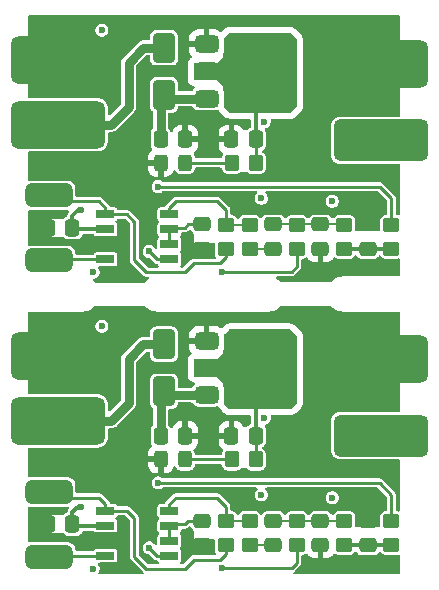
<source format=gtl>
G04 #@! TF.GenerationSoftware,KiCad,Pcbnew,9.0.4*
G04 #@! TF.CreationDate,2025-12-28T16:32:26+01:00*
G04 #@! TF.ProjectId,UWU_AK_V3_Mouse,5557555f-414b-45f5-9633-5f4d6f757365,rev?*
G04 #@! TF.SameCoordinates,Original*
G04 #@! TF.FileFunction,Copper,L1,Top*
G04 #@! TF.FilePolarity,Positive*
%FSLAX46Y46*%
G04 Gerber Fmt 4.6, Leading zero omitted, Abs format (unit mm)*
G04 Created by KiCad (PCBNEW 9.0.4) date 2025-12-28 16:32:26*
%MOMM*%
%LPD*%
G01*
G04 APERTURE LIST*
G04 Aperture macros list*
%AMRoundRect*
0 Rectangle with rounded corners*
0 $1 Rounding radius*
0 $2 $3 $4 $5 $6 $7 $8 $9 X,Y pos of 4 corners*
0 Add a 4 corners polygon primitive as box body*
4,1,4,$2,$3,$4,$5,$6,$7,$8,$9,$2,$3,0*
0 Add four circle primitives for the rounded corners*
1,1,$1+$1,$2,$3*
1,1,$1+$1,$4,$5*
1,1,$1+$1,$6,$7*
1,1,$1+$1,$8,$9*
0 Add four rect primitives between the rounded corners*
20,1,$1+$1,$2,$3,$4,$5,0*
20,1,$1+$1,$4,$5,$6,$7,0*
20,1,$1+$1,$6,$7,$8,$9,0*
20,1,$1+$1,$8,$9,$2,$3,0*%
G04 Aperture macros list end*
G04 #@! TA.AperFunction,SMDPad,CuDef*
%ADD10RoundRect,0.250000X0.475000X-0.337500X0.475000X0.337500X-0.475000X0.337500X-0.475000X-0.337500X0*%
G04 #@! TD*
G04 #@! TA.AperFunction,SMDPad,CuDef*
%ADD11RoundRect,0.250000X0.337500X0.475000X-0.337500X0.475000X-0.337500X-0.475000X0.337500X-0.475000X0*%
G04 #@! TD*
G04 #@! TA.AperFunction,SMDPad,CuDef*
%ADD12RoundRect,0.250000X-0.475000X0.337500X-0.475000X-0.337500X0.475000X-0.337500X0.475000X0.337500X0*%
G04 #@! TD*
G04 #@! TA.AperFunction,SMDPad,CuDef*
%ADD13RoundRect,0.250000X0.450000X-0.350000X0.450000X0.350000X-0.450000X0.350000X-0.450000X-0.350000X0*%
G04 #@! TD*
G04 #@! TA.AperFunction,SMDPad,CuDef*
%ADD14RoundRect,0.250000X-0.325000X-0.450000X0.325000X-0.450000X0.325000X0.450000X-0.325000X0.450000X0*%
G04 #@! TD*
G04 #@! TA.AperFunction,SMDPad,CuDef*
%ADD15RoundRect,0.500000X1.500000X-0.500000X1.500000X0.500000X-1.500000X0.500000X-1.500000X-0.500000X0*%
G04 #@! TD*
G04 #@! TA.AperFunction,SMDPad,CuDef*
%ADD16RoundRect,0.250000X-0.337500X-0.475000X0.337500X-0.475000X0.337500X0.475000X-0.337500X0.475000X0*%
G04 #@! TD*
G04 #@! TA.AperFunction,SMDPad,CuDef*
%ADD17R,1.528000X0.650000*%
G04 #@! TD*
G04 #@! TA.AperFunction,ComponentPad*
%ADD18RoundRect,0.600000X-3.400000X-1.400000X3.400000X-1.400000X3.400000X1.400000X-3.400000X1.400000X0*%
G04 #@! TD*
G04 #@! TA.AperFunction,SMDPad,CuDef*
%ADD19RoundRect,0.600000X-3.400000X-1.400000X3.400000X-1.400000X3.400000X1.400000X-3.400000X1.400000X0*%
G04 #@! TD*
G04 #@! TA.AperFunction,ComponentPad*
%ADD20RoundRect,0.525000X3.475000X1.225000X-3.475000X1.225000X-3.475000X-1.225000X3.475000X-1.225000X0*%
G04 #@! TD*
G04 #@! TA.AperFunction,SMDPad,CuDef*
%ADD21RoundRect,0.600000X3.400000X1.400000X-3.400000X1.400000X-3.400000X-1.400000X3.400000X-1.400000X0*%
G04 #@! TD*
G04 #@! TA.AperFunction,SMDPad,CuDef*
%ADD22RoundRect,0.250000X-0.450000X0.350000X-0.450000X-0.350000X0.450000X-0.350000X0.450000X0.350000X0*%
G04 #@! TD*
G04 #@! TA.AperFunction,SMDPad,CuDef*
%ADD23RoundRect,0.375000X-0.625000X-0.375000X0.625000X-0.375000X0.625000X0.375000X-0.625000X0.375000X0*%
G04 #@! TD*
G04 #@! TA.AperFunction,SMDPad,CuDef*
%ADD24RoundRect,0.500000X-0.500000X-1.400000X0.500000X-1.400000X0.500000X1.400000X-0.500000X1.400000X0*%
G04 #@! TD*
G04 #@! TA.AperFunction,SMDPad,CuDef*
%ADD25RoundRect,0.250000X0.650000X-1.000000X0.650000X1.000000X-0.650000X1.000000X-0.650000X-1.000000X0*%
G04 #@! TD*
G04 #@! TA.AperFunction,SMDPad,CuDef*
%ADD26RoundRect,0.250000X-0.350000X-0.450000X0.350000X-0.450000X0.350000X0.450000X-0.350000X0.450000X0*%
G04 #@! TD*
G04 #@! TA.AperFunction,ViaPad*
%ADD27C,0.600000*%
G04 #@! TD*
G04 #@! TA.AperFunction,Conductor*
%ADD28C,0.750000*%
G04 #@! TD*
G04 #@! TA.AperFunction,Conductor*
%ADD29C,0.350000*%
G04 #@! TD*
G04 #@! TA.AperFunction,Conductor*
%ADD30C,0.250000*%
G04 #@! TD*
G04 #@! TA.AperFunction,Conductor*
%ADD31C,0.200000*%
G04 #@! TD*
G04 #@! TA.AperFunction,Conductor*
%ADD32C,0.500000*%
G04 #@! TD*
G04 APERTURE END LIST*
D10*
X120750000Y-82442500D03*
X120750000Y-80367500D03*
D11*
X125287500Y-73155000D03*
X123212500Y-73155000D03*
D12*
X126750000Y-80367500D03*
X126750000Y-82442500D03*
D13*
X124750000Y-107500000D03*
X124750000Y-105500000D03*
D14*
X117225001Y-100250000D03*
X119274999Y-100250000D03*
X117225001Y-75155000D03*
X119274999Y-75155000D03*
D15*
X107750000Y-77905000D03*
D16*
X107675000Y-80655000D03*
X109750000Y-80655000D03*
D17*
X117961000Y-83310000D03*
X117961000Y-82040000D03*
X117961000Y-80770000D03*
X117961000Y-79500000D03*
X112539000Y-79500000D03*
X112539000Y-80770000D03*
X112539000Y-82040000D03*
X112539000Y-83310000D03*
D18*
X108500000Y-97000000D03*
D19*
X108500000Y-91500001D03*
D20*
X135875000Y-98250000D03*
D21*
X135875000Y-91750000D03*
D16*
X107675000Y-105750000D03*
X109750000Y-105750000D03*
D11*
X125287500Y-98250000D03*
X123212500Y-98250000D03*
D10*
X134750000Y-82442500D03*
X134750000Y-80367500D03*
D15*
X107750000Y-103000000D03*
D17*
X117961000Y-108405000D03*
X117961000Y-107135000D03*
X117961000Y-105865000D03*
X117961000Y-104595000D03*
X112539000Y-104595000D03*
X112539000Y-105865000D03*
X112539000Y-107135000D03*
X112539000Y-108405000D03*
D13*
X132750000Y-107500000D03*
X132750000Y-105500000D03*
X128750000Y-107500000D03*
X128750000Y-105500000D03*
D20*
X135875000Y-73250000D03*
D21*
X135875000Y-66750000D03*
D12*
X130750000Y-80367500D03*
X130750000Y-82442500D03*
D22*
X122750000Y-105500000D03*
X122750000Y-107500000D03*
X136750000Y-105500000D03*
X136750000Y-107500000D03*
D23*
X121100000Y-90200000D03*
X121100000Y-92500000D03*
D24*
X127400000Y-92500000D03*
D23*
X121100000Y-94800000D03*
D13*
X128750000Y-82405000D03*
X128750000Y-80405000D03*
D16*
X117212500Y-98250000D03*
X119287500Y-98250000D03*
D18*
X108500000Y-71905000D03*
D19*
X108500000Y-66405001D03*
D12*
X126750000Y-105462500D03*
X126750000Y-107537500D03*
D25*
X117500000Y-69405001D03*
X117500000Y-65404999D03*
D15*
X107750000Y-108500000D03*
D13*
X124750000Y-82405000D03*
X124750000Y-80405000D03*
D16*
X117212500Y-73155000D03*
X119287500Y-73155000D03*
D10*
X120750000Y-107537500D03*
X120750000Y-105462500D03*
D25*
X117500000Y-94500001D03*
X117500000Y-90499999D03*
D22*
X136750000Y-80405000D03*
X136750000Y-82405000D03*
D15*
X107750000Y-83405000D03*
D22*
X122750000Y-80405000D03*
X122750000Y-82405000D03*
D13*
X132750000Y-82405000D03*
X132750000Y-80405000D03*
D26*
X123250000Y-100250000D03*
X125250000Y-100250000D03*
D10*
X134750000Y-107537500D03*
X134750000Y-105462500D03*
D12*
X130750000Y-105462500D03*
X130750000Y-107537500D03*
D26*
X123250000Y-75155000D03*
X125250000Y-75155000D03*
D23*
X121100000Y-65105000D03*
X121100000Y-67405000D03*
D24*
X127400000Y-67405000D03*
D23*
X121100000Y-69705000D03*
D27*
X113500000Y-69405000D03*
X108000000Y-88500000D03*
X136500000Y-69905000D03*
X132000000Y-109250000D03*
X114000000Y-109250000D03*
X134000000Y-63655000D03*
X135250000Y-95000000D03*
X134000000Y-88750000D03*
X128750000Y-72155000D03*
X113500000Y-94500000D03*
X132750000Y-88750000D03*
X121500000Y-73905000D03*
X121500000Y-99000000D03*
X108000000Y-63405000D03*
X134000000Y-69905000D03*
X130000000Y-109250000D03*
X132750000Y-69905000D03*
X109000000Y-63405000D03*
X109000000Y-88500000D03*
X132750000Y-63655000D03*
X135750000Y-78405000D03*
X133750000Y-103500000D03*
X133750000Y-78405000D03*
X106500000Y-79655000D03*
X135250000Y-63655000D03*
X132000000Y-84155000D03*
X110000000Y-63405000D03*
X135250000Y-88750000D03*
X106500000Y-104750000D03*
X136500000Y-95000000D03*
X119279009Y-107625421D03*
X129000000Y-101500000D03*
X119279009Y-82530421D03*
X130000000Y-84155000D03*
X136500000Y-63655000D03*
X131000000Y-84155000D03*
X107000000Y-63405000D03*
X135250000Y-69905000D03*
X107000000Y-88500000D03*
X132000000Y-100500000D03*
X136500000Y-88750000D03*
X132000000Y-75405000D03*
X132750000Y-95000000D03*
X129000000Y-76405000D03*
X131000000Y-109250000D03*
X114000000Y-84155000D03*
X110000000Y-88500000D03*
X134000000Y-95000000D03*
X128750000Y-97250000D03*
X135750000Y-103500000D03*
X124000000Y-93250000D03*
X124750000Y-93250000D03*
X125500000Y-68155000D03*
X110500000Y-104250000D03*
X124000000Y-92500000D03*
X112250000Y-63905000D03*
X125750000Y-103250000D03*
X111500000Y-109500000D03*
X126000000Y-96750000D03*
X125500000Y-94000000D03*
X125500000Y-93250000D03*
X124750000Y-92500000D03*
X124000000Y-68905000D03*
X126000000Y-71655000D03*
X125750000Y-78155000D03*
X131750000Y-78405000D03*
X124000000Y-94000000D03*
X124750000Y-68905000D03*
X125500000Y-68905000D03*
X111500000Y-84405000D03*
X125500000Y-92500000D03*
X112250000Y-89000000D03*
X124750000Y-68155000D03*
X131750000Y-103500000D03*
X110500000Y-79155000D03*
X124750000Y-94000000D03*
X116250000Y-82655000D03*
X116250000Y-107750000D03*
X122433733Y-84355001D03*
X122433733Y-109450001D03*
X117000000Y-102250000D03*
X117000000Y-77155000D03*
D28*
X107500000Y-71905000D02*
X113000000Y-71905000D01*
X115750000Y-90500000D02*
X117500000Y-90500000D01*
X115750000Y-65405000D02*
X117500000Y-65405000D01*
X114500000Y-95500000D02*
X114500000Y-91750000D01*
X113000000Y-71905000D02*
X114500000Y-70405000D01*
X113000000Y-97000000D02*
X114500000Y-95500000D01*
X114500000Y-66655000D02*
X115750000Y-65405000D01*
X114500000Y-91750000D02*
X115750000Y-90500000D01*
X107500000Y-97000000D02*
X113000000Y-97000000D01*
X114500000Y-70405000D02*
X114500000Y-66655000D01*
D29*
X110500000Y-79155000D02*
X110250000Y-79155000D01*
X112539000Y-80770000D02*
X109865000Y-80770000D01*
D30*
X125250000Y-100250000D02*
X125250000Y-98250000D01*
X109865000Y-105865000D02*
X109750000Y-105750000D01*
D29*
X109750000Y-104750000D02*
X109750000Y-105500000D01*
X109750000Y-79655000D02*
X109750000Y-80405000D01*
X125287500Y-98250000D02*
X125287500Y-95462500D01*
X110500000Y-104250000D02*
X110250000Y-104250000D01*
X112539000Y-105865000D02*
X109865000Y-105865000D01*
X125287500Y-95462500D02*
X125500000Y-95250000D01*
X110250000Y-79155000D02*
X109750000Y-79655000D01*
X125287500Y-70367500D02*
X125500000Y-70155000D01*
X110250000Y-104250000D02*
X109750000Y-104750000D01*
D30*
X109865000Y-80770000D02*
X109750000Y-80655000D01*
X125250000Y-75155000D02*
X125250000Y-73155000D01*
D29*
X125287500Y-73155000D02*
X125287500Y-70367500D01*
D30*
X117961000Y-83310000D02*
X116905000Y-83310000D01*
X116905000Y-108405000D02*
X116250000Y-107750000D01*
X116905000Y-83310000D02*
X116250000Y-82655000D01*
X117961000Y-108405000D02*
X116905000Y-108405000D01*
D29*
X132750000Y-107500000D02*
X136750000Y-107500000D01*
X132750000Y-82405000D02*
X136750000Y-82405000D01*
D30*
X128750000Y-83905000D02*
X128299999Y-84355001D01*
X128750000Y-82405000D02*
X128750000Y-83905000D01*
X128750000Y-107500000D02*
X128750000Y-109000000D01*
X128299999Y-109450001D02*
X122433733Y-109450001D01*
X128299999Y-84355001D02*
X122433733Y-84355001D01*
X128750000Y-109000000D02*
X128299999Y-109450001D01*
X136750000Y-105500000D02*
X136750000Y-103250000D01*
X136750000Y-80405000D02*
X136750000Y-78155000D01*
X135750000Y-77155000D02*
X117000000Y-77155000D01*
X136750000Y-78155000D02*
X135750000Y-77155000D01*
X135750000Y-102250000D02*
X117000000Y-102250000D01*
X136750000Y-103250000D02*
X135750000Y-102250000D01*
X123250000Y-75155000D02*
X119500000Y-75155000D01*
X119500000Y-75155000D02*
X119250000Y-74905000D01*
X119500000Y-100250000D02*
X119250000Y-100000000D01*
X123250000Y-100250000D02*
X119500000Y-100250000D01*
D28*
X117550000Y-94800000D02*
X117500000Y-94750000D01*
X121100000Y-94800000D02*
X117550000Y-94800000D01*
X121100000Y-69705000D02*
X117550000Y-69705000D01*
X117212500Y-69942500D02*
X117500000Y-69655000D01*
X117212500Y-98250000D02*
X117212500Y-95037500D01*
X117550000Y-69705000D02*
X117500000Y-69655000D01*
X117212500Y-73155000D02*
X117212500Y-69942500D01*
X117212500Y-95037500D02*
X117500000Y-94750000D01*
D29*
X128787500Y-105462500D02*
X128750000Y-105500000D01*
X128787500Y-80367500D02*
X128750000Y-80405000D01*
D31*
X132712500Y-80367500D02*
X132750000Y-80405000D01*
X126750000Y-105462500D02*
X132712500Y-105462500D01*
X132712500Y-105462500D02*
X132750000Y-105500000D01*
X126750000Y-80367500D02*
X132712500Y-80367500D01*
D30*
X117961000Y-105789000D02*
X118000000Y-105750000D01*
X117961000Y-107135000D02*
X117961000Y-105789000D01*
X117961000Y-80694000D02*
X118000000Y-80655000D01*
X119537500Y-80367500D02*
X119250000Y-80655000D01*
X120750000Y-105462500D02*
X119537500Y-105462500D01*
X119537500Y-105462500D02*
X119250000Y-105750000D01*
X119250000Y-80655000D02*
X118250000Y-80655000D01*
X120750000Y-80367500D02*
X119537500Y-80367500D01*
X117961000Y-82040000D02*
X117961000Y-80694000D01*
X119250000Y-105750000D02*
X118250000Y-105750000D01*
D31*
X124750000Y-107500000D02*
X126750000Y-107500000D01*
X124750000Y-82405000D02*
X126750000Y-82405000D01*
D30*
X118500000Y-78405000D02*
X122000000Y-78405000D01*
X122000000Y-103500000D02*
X122750000Y-104250000D01*
X118500000Y-103500000D02*
X122000000Y-103500000D01*
X117961000Y-104595000D02*
X117961000Y-104039000D01*
X122750000Y-79155000D02*
X122750000Y-80155000D01*
X117961000Y-104039000D02*
X118500000Y-103500000D01*
X117961000Y-79500000D02*
X117961000Y-78944000D01*
D31*
X122750000Y-80405000D02*
X124750000Y-80405000D01*
X122750000Y-105500000D02*
X124750000Y-105500000D01*
D30*
X122750000Y-104250000D02*
X122750000Y-105250000D01*
X122000000Y-78405000D02*
X122750000Y-79155000D01*
D29*
X124405000Y-80560000D02*
X124250000Y-80405000D01*
X124405000Y-105655000D02*
X124250000Y-105500000D01*
D30*
X117961000Y-78944000D02*
X118500000Y-78405000D01*
X112539000Y-108405000D02*
X108405000Y-108405000D01*
D32*
X108405000Y-83810000D02*
X108000000Y-83405000D01*
D30*
X112539000Y-83310000D02*
X108405000Y-83310000D01*
X108405000Y-83310000D02*
X108250000Y-83155000D01*
D32*
X108405000Y-108905000D02*
X108000000Y-108500000D01*
D30*
X108405000Y-108405000D02*
X108250000Y-108250000D01*
X112539000Y-104039000D02*
X112000000Y-103500000D01*
X114345000Y-104595000D02*
X112539000Y-104595000D01*
X120000000Y-83655000D02*
X119250000Y-84405000D01*
X112000000Y-103500000D02*
X108000000Y-103500000D01*
X122250000Y-108750000D02*
X120000000Y-108750000D01*
X122750000Y-108250000D02*
X122250000Y-108750000D01*
X115000000Y-83405000D02*
X115000000Y-80155000D01*
X112539000Y-79500000D02*
X112539000Y-78944000D01*
X112539000Y-78944000D02*
X112000000Y-78405000D01*
X116000000Y-109500000D02*
X115000000Y-108500000D01*
X119250000Y-109500000D02*
X116000000Y-109500000D01*
X108000000Y-103500000D02*
X107750000Y-103250000D01*
X108000000Y-78405000D02*
X107750000Y-78155000D01*
X114345000Y-79500000D02*
X112539000Y-79500000D01*
X122750000Y-83155000D02*
X122250000Y-83655000D01*
X119250000Y-84405000D02*
X116000000Y-84405000D01*
X122750000Y-82655000D02*
X122750000Y-83155000D01*
X122750000Y-107750000D02*
X122750000Y-108250000D01*
X115000000Y-105250000D02*
X114345000Y-104595000D01*
X112539000Y-104595000D02*
X112539000Y-104039000D01*
X112000000Y-78405000D02*
X108000000Y-78405000D01*
X120000000Y-108750000D02*
X119250000Y-109500000D01*
X122250000Y-83655000D02*
X120000000Y-83655000D01*
X115000000Y-108500000D02*
X115000000Y-105250000D01*
X116000000Y-84405000D02*
X115000000Y-83405000D01*
X115000000Y-80155000D02*
X114345000Y-79500000D01*
G04 #@! TA.AperFunction,Conductor*
G36*
X128265677Y-64174685D02*
G01*
X128286319Y-64191319D01*
X128713681Y-64618681D01*
X128747166Y-64680004D01*
X128750000Y-64706362D01*
X128750000Y-70353638D01*
X128730315Y-70420677D01*
X128713681Y-70441319D01*
X128286319Y-70868681D01*
X128224996Y-70902166D01*
X128198638Y-70905000D01*
X123051362Y-70905000D01*
X122984323Y-70885315D01*
X122963681Y-70868681D01*
X122586685Y-70491685D01*
X122553200Y-70430362D01*
X122554032Y-70374077D01*
X122581632Y-70263099D01*
X122597600Y-70198889D01*
X122600500Y-70156123D01*
X122600499Y-69253878D01*
X122597600Y-69211111D01*
X122551641Y-69026307D01*
X122512912Y-68948216D01*
X122500000Y-68893122D01*
X122500000Y-68655000D01*
X122000000Y-68155000D01*
X120124000Y-68155000D01*
X120056961Y-68135315D01*
X120011206Y-68082511D01*
X120000000Y-68031000D01*
X120000000Y-66779000D01*
X120019685Y-66711961D01*
X120072489Y-66666206D01*
X120124000Y-66655000D01*
X122000000Y-66655000D01*
X122500000Y-66155000D01*
X122500000Y-65916877D01*
X122512911Y-65861784D01*
X122551641Y-65783693D01*
X122597600Y-65598889D01*
X122600500Y-65556123D01*
X122600499Y-64653878D01*
X122598001Y-64617029D01*
X122613106Y-64548813D01*
X122634026Y-64520973D01*
X122963683Y-64191316D01*
X123025004Y-64157834D01*
X123051362Y-64155000D01*
X128198638Y-64155000D01*
X128265677Y-64174685D01*
G37*
G04 #@! TD.AperFunction*
G04 #@! TA.AperFunction,Conductor*
G36*
X128265677Y-89269685D02*
G01*
X128286319Y-89286319D01*
X128713681Y-89713681D01*
X128747166Y-89775004D01*
X128750000Y-89801362D01*
X128750000Y-95448638D01*
X128730315Y-95515677D01*
X128713681Y-95536319D01*
X128286319Y-95963681D01*
X128224996Y-95997166D01*
X128198638Y-96000000D01*
X123051362Y-96000000D01*
X122984323Y-95980315D01*
X122963681Y-95963681D01*
X122586685Y-95586685D01*
X122553200Y-95525362D01*
X122554032Y-95469077D01*
X122581632Y-95358099D01*
X122597600Y-95293889D01*
X122600500Y-95251123D01*
X122600499Y-94348878D01*
X122597600Y-94306111D01*
X122551641Y-94121307D01*
X122512912Y-94043216D01*
X122500000Y-93988122D01*
X122500000Y-93750000D01*
X122000000Y-93250000D01*
X120124000Y-93250000D01*
X120056961Y-93230315D01*
X120011206Y-93177511D01*
X120000000Y-93126000D01*
X120000000Y-91874000D01*
X120019685Y-91806961D01*
X120072489Y-91761206D01*
X120124000Y-91750000D01*
X122000000Y-91750000D01*
X122500000Y-91250000D01*
X122500000Y-91011877D01*
X122512911Y-90956784D01*
X122551641Y-90878693D01*
X122597600Y-90693889D01*
X122600500Y-90651123D01*
X122600499Y-89748878D01*
X122598001Y-89712029D01*
X122613106Y-89643813D01*
X122634026Y-89615973D01*
X122963683Y-89286316D01*
X123025004Y-89252834D01*
X123051362Y-89250000D01*
X128198638Y-89250000D01*
X128265677Y-89269685D01*
G37*
G04 #@! TD.AperFunction*
G04 #@! TA.AperFunction,Conductor*
G36*
X106199991Y-104250500D02*
G01*
X109300008Y-104250499D01*
X109340574Y-104246355D01*
X109409267Y-104259125D01*
X109460151Y-104307005D01*
X109477072Y-104374795D01*
X109454656Y-104440971D01*
X109440858Y-104457393D01*
X109409518Y-104488733D01*
X109409513Y-104488740D01*
X109353498Y-104585760D01*
X109353497Y-104585763D01*
X109324500Y-104693982D01*
X109323439Y-104702042D01*
X109320362Y-104701636D01*
X109304815Y-104754586D01*
X109252011Y-104800341D01*
X109243833Y-104803729D01*
X109170171Y-104831202D01*
X109170164Y-104831206D01*
X109054956Y-104917452D01*
X109054955Y-104917453D01*
X109054954Y-104917454D01*
X109030356Y-104950312D01*
X108974424Y-104992182D01*
X108931091Y-105000000D01*
X108000000Y-105000000D01*
X108000000Y-106500000D01*
X108931091Y-106500000D01*
X108998130Y-106519685D01*
X109030355Y-106549686D01*
X109054954Y-106582546D01*
X109082415Y-106603103D01*
X109170164Y-106668793D01*
X109170171Y-106668797D01*
X109215118Y-106685561D01*
X109305017Y-106719091D01*
X109364627Y-106725500D01*
X110135372Y-106725499D01*
X110194983Y-106719091D01*
X110329831Y-106668796D01*
X110445046Y-106582546D01*
X110531296Y-106467331D01*
X110567163Y-106371167D01*
X110609034Y-106315233D01*
X110674498Y-106290816D01*
X110683345Y-106290500D01*
X111474598Y-106290500D01*
X111541637Y-106310185D01*
X111577700Y-106345609D01*
X111594399Y-106370601D01*
X111633756Y-106396898D01*
X111677260Y-106425966D01*
X111677264Y-106425967D01*
X111750321Y-106440499D01*
X111750324Y-106440500D01*
X111750326Y-106440500D01*
X113327676Y-106440500D01*
X113327677Y-106440499D01*
X113400740Y-106425966D01*
X113483601Y-106370601D01*
X113538966Y-106287740D01*
X113553500Y-106214674D01*
X113553500Y-105515326D01*
X113553500Y-105515323D01*
X113553499Y-105515321D01*
X113538967Y-105442264D01*
X113538966Y-105442260D01*
X113535108Y-105436486D01*
X113483601Y-105359399D01*
X113444244Y-105333102D01*
X113399439Y-105279491D01*
X113390730Y-105210166D01*
X113420884Y-105147139D01*
X113421548Y-105146405D01*
X113431706Y-105135274D01*
X113483601Y-105100601D01*
X113538910Y-105017823D01*
X113545225Y-105010905D01*
X113567410Y-104997443D01*
X113587321Y-104980804D01*
X113598759Y-104978422D01*
X113604959Y-104974661D01*
X113615516Y-104974933D01*
X113636811Y-104970500D01*
X114138101Y-104970500D01*
X114205140Y-104990185D01*
X114225782Y-105006819D01*
X114588181Y-105369218D01*
X114621666Y-105430541D01*
X114624500Y-105456899D01*
X114624500Y-108549436D01*
X114637277Y-108597123D01*
X114637291Y-108597173D01*
X114637295Y-108597186D01*
X114650090Y-108644938D01*
X114685041Y-108705475D01*
X114685042Y-108705477D01*
X114685041Y-108705477D01*
X114699522Y-108730557D01*
X114699528Y-108730566D01*
X115756782Y-109787819D01*
X115790267Y-109849142D01*
X115785283Y-109918834D01*
X115743411Y-109974767D01*
X115677947Y-109999184D01*
X115669101Y-109999500D01*
X112062050Y-109999500D01*
X111995011Y-109979815D01*
X111949256Y-109927011D01*
X111939312Y-109857853D01*
X111954663Y-109813500D01*
X111991036Y-109750500D01*
X112012984Y-109712485D01*
X112050500Y-109572475D01*
X112050500Y-109427525D01*
X112012984Y-109287515D01*
X112009565Y-109281594D01*
X111943116Y-109166500D01*
X111926643Y-109098600D01*
X111949495Y-109032573D01*
X112004416Y-108989383D01*
X112050503Y-108980500D01*
X113327676Y-108980500D01*
X113327677Y-108980499D01*
X113400740Y-108965966D01*
X113483601Y-108910601D01*
X113538966Y-108827740D01*
X113553500Y-108754674D01*
X113553500Y-108055326D01*
X113553500Y-108055323D01*
X113553499Y-108055321D01*
X113538967Y-107982264D01*
X113538966Y-107982260D01*
X113522095Y-107957011D01*
X113483601Y-107899399D01*
X113428235Y-107862405D01*
X113400739Y-107844033D01*
X113400735Y-107844032D01*
X113327677Y-107829500D01*
X113327674Y-107829500D01*
X111750326Y-107829500D01*
X111750323Y-107829500D01*
X111677264Y-107844032D01*
X111677260Y-107844033D01*
X111594398Y-107899399D01*
X111544291Y-107974391D01*
X111490679Y-108019196D01*
X111441189Y-108029500D01*
X110120599Y-108029500D01*
X110053560Y-108009815D01*
X110007805Y-107957011D01*
X109997241Y-107918101D01*
X109989999Y-107847203D01*
X109934814Y-107680666D01*
X109842712Y-107531344D01*
X109718656Y-107407288D01*
X109569334Y-107315186D01*
X109402797Y-107260001D01*
X109402795Y-107260000D01*
X109300010Y-107249500D01*
X106199998Y-107249500D01*
X106199980Y-107249501D01*
X106137101Y-107255925D01*
X106068408Y-107243155D01*
X106017524Y-107195274D01*
X106000500Y-107132567D01*
X106000500Y-104367433D01*
X106004819Y-104352723D01*
X106004191Y-104337402D01*
X106014463Y-104319878D01*
X106020185Y-104300394D01*
X106031771Y-104290354D01*
X106039526Y-104277126D01*
X106057641Y-104267938D01*
X106072989Y-104254639D01*
X106089093Y-104251985D01*
X106101839Y-104245521D01*
X106137101Y-104244075D01*
X106199991Y-104250500D01*
G37*
G04 #@! TD.AperFunction*
G04 #@! TA.AperFunction,Conductor*
G36*
X130943039Y-107557185D02*
G01*
X130988794Y-107609989D01*
X131000000Y-107661500D01*
X131000000Y-108624999D01*
X131274972Y-108624999D01*
X131274986Y-108624998D01*
X131377697Y-108614505D01*
X131544119Y-108559358D01*
X131544124Y-108559356D01*
X131693345Y-108467315D01*
X131817317Y-108343343D01*
X131842917Y-108301839D01*
X131894864Y-108255114D01*
X131963827Y-108243891D01*
X132022767Y-108267669D01*
X132057664Y-108293793D01*
X132057671Y-108293797D01*
X132192517Y-108344091D01*
X132192516Y-108344091D01*
X132199444Y-108344835D01*
X132252127Y-108350500D01*
X133247872Y-108350499D01*
X133307483Y-108344091D01*
X133442331Y-108293796D01*
X133557546Y-108207546D01*
X133628876Y-108112260D01*
X133684809Y-108070391D01*
X133754501Y-108065407D01*
X133815824Y-108098892D01*
X133827408Y-108112261D01*
X133875264Y-108176188D01*
X133898737Y-108207544D01*
X133917455Y-108232547D01*
X134032664Y-108318793D01*
X134032671Y-108318797D01*
X134167517Y-108369091D01*
X134167516Y-108369091D01*
X134174444Y-108369835D01*
X134227127Y-108375500D01*
X135272872Y-108375499D01*
X135332483Y-108369091D01*
X135467331Y-108318796D01*
X135582546Y-108232546D01*
X135668796Y-108117331D01*
X135668796Y-108117329D01*
X135672590Y-108112262D01*
X135728524Y-108070391D01*
X135798216Y-108065407D01*
X135859539Y-108098892D01*
X135871123Y-108112261D01*
X135942455Y-108207547D01*
X136057664Y-108293793D01*
X136057671Y-108293797D01*
X136192517Y-108344091D01*
X136192516Y-108344091D01*
X136199444Y-108344835D01*
X136252127Y-108350500D01*
X137247872Y-108350499D01*
X137307483Y-108344091D01*
X137332165Y-108334884D01*
X137401856Y-108329899D01*
X137463180Y-108363384D01*
X137496666Y-108424706D01*
X137499500Y-108451066D01*
X137499500Y-109875500D01*
X137479815Y-109942539D01*
X137427011Y-109988294D01*
X137375500Y-109999500D01*
X128562012Y-109999500D01*
X128494973Y-109979815D01*
X128449218Y-109927011D01*
X128439274Y-109857853D01*
X128468299Y-109794297D01*
X128500010Y-109768114D01*
X128530561Y-109750476D01*
X128600474Y-109680563D01*
X129050475Y-109230562D01*
X129099911Y-109144937D01*
X129125500Y-109049436D01*
X129125500Y-108950564D01*
X129125500Y-108474499D01*
X129145185Y-108407460D01*
X129197989Y-108361705D01*
X129244611Y-108351562D01*
X129244576Y-108350900D01*
X129244571Y-108350854D01*
X129244573Y-108350853D01*
X129244564Y-108350676D01*
X129247857Y-108350499D01*
X129247872Y-108350499D01*
X129307483Y-108344091D01*
X129442331Y-108293796D01*
X129477231Y-108267669D01*
X129542694Y-108243251D01*
X129610967Y-108258101D01*
X129657081Y-108301838D01*
X129682680Y-108343340D01*
X129682683Y-108343344D01*
X129806654Y-108467315D01*
X129955875Y-108559356D01*
X129955880Y-108559358D01*
X130122302Y-108614505D01*
X130122309Y-108614506D01*
X130225019Y-108624999D01*
X130499999Y-108624999D01*
X130500000Y-108624998D01*
X130500000Y-107661500D01*
X130519685Y-107594461D01*
X130572489Y-107548706D01*
X130624000Y-107537500D01*
X130876000Y-107537500D01*
X130943039Y-107557185D01*
G37*
G04 #@! TD.AperFunction*
G04 #@! TA.AperFunction,Conductor*
G36*
X119892758Y-95445185D02*
G01*
X119932451Y-95486379D01*
X119976828Y-95561417D01*
X119976834Y-95561425D01*
X120088574Y-95673165D01*
X120088583Y-95673172D01*
X120136998Y-95701804D01*
X120224610Y-95753618D01*
X120376373Y-95797709D01*
X120411837Y-95800500D01*
X121788162Y-95800499D01*
X121823627Y-95797709D01*
X121975390Y-95753618D01*
X121975390Y-95753617D01*
X121982883Y-95751441D01*
X121983367Y-95753110D01*
X122043183Y-95745717D01*
X122106151Y-95775996D01*
X122131938Y-95808653D01*
X122143019Y-95828946D01*
X122229243Y-95944127D01*
X122229247Y-95944131D01*
X122229252Y-95944137D01*
X122424973Y-96139857D01*
X122606239Y-96321123D01*
X122606255Y-96321137D01*
X122606262Y-96321144D01*
X122646480Y-96357271D01*
X122646492Y-96357281D01*
X122646500Y-96357288D01*
X122667142Y-96373922D01*
X122711026Y-96405567D01*
X122841903Y-96465338D01*
X122908942Y-96485023D01*
X122908946Y-96485024D01*
X123051362Y-96505500D01*
X124738000Y-96505500D01*
X124805039Y-96525185D01*
X124850794Y-96577989D01*
X124862000Y-96629500D01*
X124862000Y-97187547D01*
X124842315Y-97254586D01*
X124789511Y-97300341D01*
X124781333Y-97303729D01*
X124707671Y-97331202D01*
X124707664Y-97331206D01*
X124592456Y-97417452D01*
X124592455Y-97417453D01*
X124592454Y-97417454D01*
X124567856Y-97450312D01*
X124564201Y-97453048D01*
X124562304Y-97457203D01*
X124536489Y-97473793D01*
X124511924Y-97492182D01*
X124506294Y-97493197D01*
X124503526Y-97494977D01*
X124468591Y-97500000D01*
X124330779Y-97500000D01*
X124263740Y-97480315D01*
X124225240Y-97441097D01*
X124142315Y-97306654D01*
X124018345Y-97182684D01*
X123869124Y-97090643D01*
X123869119Y-97090641D01*
X123702697Y-97035494D01*
X123702690Y-97035493D01*
X123599986Y-97025000D01*
X123462500Y-97025000D01*
X123462500Y-98126000D01*
X123442815Y-98193039D01*
X123390011Y-98238794D01*
X123338500Y-98250000D01*
X123212500Y-98250000D01*
X123212500Y-98376000D01*
X123192815Y-98443039D01*
X123140011Y-98488794D01*
X123088500Y-98500000D01*
X122125001Y-98500000D01*
X122125001Y-98774986D01*
X122135494Y-98877697D01*
X122190641Y-99044119D01*
X122190643Y-99044124D01*
X122282684Y-99193345D01*
X122406654Y-99317315D01*
X122448161Y-99342917D01*
X122494885Y-99394865D01*
X122506108Y-99463828D01*
X122482331Y-99522766D01*
X122456206Y-99557664D01*
X122456202Y-99557671D01*
X122405908Y-99692517D01*
X122399727Y-99750013D01*
X122399501Y-99752123D01*
X122399322Y-99755452D01*
X122398065Y-99755384D01*
X122379815Y-99817539D01*
X122327011Y-99863294D01*
X122275500Y-99874500D01*
X120224498Y-99874500D01*
X120157459Y-99854815D01*
X120111704Y-99802011D01*
X120101561Y-99755388D01*
X120100899Y-99755423D01*
X120100853Y-99755429D01*
X120100852Y-99755426D01*
X120100675Y-99755436D01*
X120100498Y-99752141D01*
X120100498Y-99752128D01*
X120094090Y-99692517D01*
X120080208Y-99655298D01*
X120043796Y-99557671D01*
X120043792Y-99557664D01*
X120017668Y-99522767D01*
X119993250Y-99457303D01*
X120008101Y-99389030D01*
X120051839Y-99342916D01*
X120093345Y-99317315D01*
X120217315Y-99193345D01*
X120309356Y-99044124D01*
X120309358Y-99044119D01*
X120364505Y-98877697D01*
X120364506Y-98877690D01*
X120374999Y-98774986D01*
X120375000Y-98774973D01*
X120375000Y-98500000D01*
X119411500Y-98500000D01*
X119344461Y-98480315D01*
X119298706Y-98427511D01*
X119287500Y-98376000D01*
X119287500Y-98250000D01*
X119161500Y-98250000D01*
X119094461Y-98230315D01*
X119048706Y-98177511D01*
X119037500Y-98126000D01*
X119037500Y-98000000D01*
X119537500Y-98000000D01*
X120374999Y-98000000D01*
X120374999Y-97725029D01*
X120374998Y-97725013D01*
X122125000Y-97725013D01*
X122125000Y-98000000D01*
X122962500Y-98000000D01*
X122962500Y-97025000D01*
X122825027Y-97025000D01*
X122825012Y-97025001D01*
X122722302Y-97035494D01*
X122555880Y-97090641D01*
X122555875Y-97090643D01*
X122406654Y-97182684D01*
X122282684Y-97306654D01*
X122190643Y-97455875D01*
X122190641Y-97455880D01*
X122135494Y-97622302D01*
X122135493Y-97622309D01*
X122125000Y-97725013D01*
X120374998Y-97725013D01*
X120374998Y-97725012D01*
X120364505Y-97622302D01*
X120309358Y-97455880D01*
X120309356Y-97455875D01*
X120217315Y-97306654D01*
X120093345Y-97182684D01*
X119944124Y-97090643D01*
X119944119Y-97090641D01*
X119777697Y-97035494D01*
X119777690Y-97035493D01*
X119674986Y-97025000D01*
X119537500Y-97025000D01*
X119537500Y-98000000D01*
X119037500Y-98000000D01*
X119037500Y-97025000D01*
X118900027Y-97025000D01*
X118900012Y-97025001D01*
X118797302Y-97035494D01*
X118630880Y-97090641D01*
X118630875Y-97090643D01*
X118481654Y-97182684D01*
X118357684Y-97306654D01*
X118265643Y-97455875D01*
X118265642Y-97455878D01*
X118235069Y-97548141D01*
X118195296Y-97605585D01*
X118130780Y-97632408D01*
X118062004Y-97620093D01*
X118010804Y-97572549D01*
X118001181Y-97552468D01*
X117993798Y-97532673D01*
X117993793Y-97532664D01*
X117907548Y-97417457D01*
X117907546Y-97417454D01*
X117907542Y-97417451D01*
X117907540Y-97417449D01*
X117887687Y-97402586D01*
X117845817Y-97346651D01*
X117838000Y-97303321D01*
X117838000Y-96124500D01*
X117857685Y-96057461D01*
X117910489Y-96011706D01*
X117962000Y-96000500D01*
X118197871Y-96000500D01*
X118197872Y-96000500D01*
X118257483Y-95994092D01*
X118392331Y-95943797D01*
X118507546Y-95857547D01*
X118593796Y-95742332D01*
X118644091Y-95607484D01*
X118650500Y-95547874D01*
X118650500Y-95547846D01*
X118650678Y-95544549D01*
X118651933Y-95544616D01*
X118670185Y-95482461D01*
X118722989Y-95436706D01*
X118774500Y-95425500D01*
X119825719Y-95425500D01*
X119892758Y-95445185D01*
G37*
G04 #@! TD.AperFunction*
G04 #@! TA.AperFunction,Conductor*
G36*
X115891469Y-87269685D02*
G01*
X115918141Y-87292796D01*
X115936276Y-87313724D01*
X116098487Y-87454281D01*
X116227531Y-87537211D01*
X116279048Y-87570320D01*
X116279061Y-87570327D01*
X116474284Y-87659482D01*
X116474288Y-87659483D01*
X116474290Y-87659484D01*
X116680231Y-87719954D01*
X116680232Y-87719954D01*
X116680235Y-87719955D01*
X116743584Y-87729062D01*
X116892682Y-87750500D01*
X116892683Y-87750500D01*
X126324136Y-87750500D01*
X126324180Y-87750497D01*
X126357317Y-87750497D01*
X126357318Y-87750497D01*
X126569768Y-87719951D01*
X126680136Y-87687544D01*
X126775700Y-87659485D01*
X126775702Y-87659483D01*
X126775709Y-87659482D01*
X126882678Y-87610630D01*
X126970936Y-87570325D01*
X126970942Y-87570321D01*
X126970948Y-87570319D01*
X127151511Y-87454279D01*
X127313721Y-87313722D01*
X127331853Y-87292797D01*
X127390632Y-87255023D01*
X127425566Y-87250000D01*
X131574430Y-87250000D01*
X131641469Y-87269685D01*
X131668141Y-87292796D01*
X131686276Y-87313724D01*
X131848487Y-87454281D01*
X131977531Y-87537211D01*
X132029048Y-87570320D01*
X132029061Y-87570327D01*
X132224284Y-87659482D01*
X132224288Y-87659483D01*
X132224290Y-87659484D01*
X132430231Y-87719954D01*
X132430232Y-87719954D01*
X132430235Y-87719955D01*
X132493584Y-87729062D01*
X132642682Y-87750500D01*
X132684108Y-87750500D01*
X137375500Y-87750500D01*
X137442539Y-87770185D01*
X137488294Y-87822989D01*
X137499500Y-87874500D01*
X137499500Y-96125500D01*
X137479815Y-96192539D01*
X137427011Y-96238294D01*
X137375500Y-96249500D01*
X132356441Y-96249500D01*
X132226351Y-96264157D01*
X132226341Y-96264159D01*
X132061395Y-96321877D01*
X131913423Y-96414853D01*
X131789853Y-96538423D01*
X131696877Y-96686395D01*
X131639159Y-96851341D01*
X131639157Y-96851351D01*
X131624500Y-96981441D01*
X131624500Y-99518558D01*
X131639157Y-99648648D01*
X131639159Y-99648658D01*
X131696877Y-99813604D01*
X131696878Y-99813606D01*
X131789853Y-99961576D01*
X131913424Y-100085147D01*
X132061394Y-100178122D01*
X132226343Y-100235841D01*
X132226349Y-100235841D01*
X132226351Y-100235842D01*
X132267750Y-100240506D01*
X132356442Y-100250499D01*
X132356445Y-100250500D01*
X132356448Y-100250500D01*
X137375500Y-100250500D01*
X137442539Y-100270185D01*
X137488294Y-100322989D01*
X137499500Y-100374500D01*
X137499500Y-104548933D01*
X137479815Y-104615972D01*
X137427011Y-104661727D01*
X137357853Y-104671671D01*
X137352828Y-104670843D01*
X137342247Y-104668875D01*
X137307483Y-104655909D01*
X137247873Y-104649500D01*
X137238066Y-104649500D01*
X137226828Y-104647410D01*
X137205453Y-104636566D01*
X137182461Y-104629815D01*
X137174864Y-104621047D01*
X137164518Y-104615799D01*
X137152399Y-104595122D01*
X137136706Y-104577011D01*
X137133708Y-104563230D01*
X137129189Y-104555520D01*
X137129640Y-104544532D01*
X137125500Y-104525500D01*
X137125500Y-103200566D01*
X137125499Y-103200558D01*
X137125228Y-103199547D01*
X137125228Y-103199548D01*
X137119327Y-103177525D01*
X137099911Y-103105063D01*
X137050475Y-103019438D01*
X135980563Y-101949526D01*
X135980562Y-101949525D01*
X135894940Y-101900091D01*
X135894939Y-101900090D01*
X135807993Y-101876793D01*
X135807993Y-101876792D01*
X135807990Y-101876792D01*
X135799437Y-101874500D01*
X135799436Y-101874500D01*
X135799435Y-101874500D01*
X117454386Y-101874500D01*
X117387347Y-101854815D01*
X117366705Y-101838181D01*
X117338017Y-101809493D01*
X117338011Y-101809488D01*
X117212488Y-101737017D01*
X117212489Y-101737017D01*
X117201006Y-101733940D01*
X117072475Y-101699500D01*
X116927525Y-101699500D01*
X116798993Y-101733940D01*
X116787511Y-101737017D01*
X116661988Y-101809488D01*
X116661982Y-101809493D01*
X116559493Y-101911982D01*
X116559488Y-101911988D01*
X116487017Y-102037511D01*
X116487016Y-102037515D01*
X116449500Y-102177525D01*
X116449500Y-102322475D01*
X116483670Y-102449998D01*
X116487017Y-102462488D01*
X116559488Y-102588011D01*
X116559490Y-102588013D01*
X116559491Y-102588015D01*
X116661985Y-102690509D01*
X116661986Y-102690510D01*
X116661988Y-102690511D01*
X116787511Y-102762982D01*
X116787512Y-102762982D01*
X116787515Y-102762984D01*
X116927525Y-102800500D01*
X116927528Y-102800500D01*
X117072472Y-102800500D01*
X117072475Y-102800500D01*
X117212485Y-102762984D01*
X117338015Y-102690509D01*
X117366705Y-102661819D01*
X117428028Y-102628334D01*
X117454386Y-102625500D01*
X125296614Y-102625500D01*
X125363653Y-102645185D01*
X125409408Y-102697989D01*
X125419352Y-102767147D01*
X125390327Y-102830703D01*
X125384295Y-102837181D01*
X125309493Y-102911982D01*
X125309488Y-102911988D01*
X125237017Y-103037511D01*
X125237016Y-103037515D01*
X125199500Y-103177525D01*
X125199500Y-103322475D01*
X125227649Y-103427527D01*
X125237017Y-103462488D01*
X125309488Y-103588011D01*
X125309490Y-103588013D01*
X125309491Y-103588015D01*
X125411985Y-103690509D01*
X125411986Y-103690510D01*
X125411988Y-103690511D01*
X125537511Y-103762982D01*
X125537512Y-103762982D01*
X125537515Y-103762984D01*
X125677525Y-103800500D01*
X125677528Y-103800500D01*
X125822472Y-103800500D01*
X125822475Y-103800500D01*
X125962485Y-103762984D01*
X126088015Y-103690509D01*
X126190509Y-103588015D01*
X126262984Y-103462485D01*
X126272352Y-103427525D01*
X131199500Y-103427525D01*
X131199500Y-103572475D01*
X131231128Y-103690511D01*
X131237017Y-103712488D01*
X131309488Y-103838011D01*
X131309490Y-103838013D01*
X131309491Y-103838015D01*
X131411985Y-103940509D01*
X131411986Y-103940510D01*
X131411988Y-103940511D01*
X131537511Y-104012982D01*
X131537512Y-104012982D01*
X131537515Y-104012984D01*
X131677525Y-104050500D01*
X131677528Y-104050500D01*
X131822472Y-104050500D01*
X131822475Y-104050500D01*
X131962485Y-104012984D01*
X132088015Y-103940509D01*
X132190509Y-103838015D01*
X132262984Y-103712485D01*
X132300500Y-103572475D01*
X132300500Y-103427525D01*
X132262984Y-103287515D01*
X132212783Y-103200565D01*
X132190511Y-103161988D01*
X132190506Y-103161982D01*
X132088017Y-103059493D01*
X132088011Y-103059488D01*
X131962488Y-102987017D01*
X131962489Y-102987017D01*
X131951006Y-102983940D01*
X131822475Y-102949500D01*
X131677525Y-102949500D01*
X131548993Y-102983940D01*
X131537511Y-102987017D01*
X131411988Y-103059488D01*
X131411982Y-103059493D01*
X131309493Y-103161982D01*
X131309488Y-103161988D01*
X131237017Y-103287511D01*
X131237016Y-103287515D01*
X131199500Y-103427525D01*
X126272352Y-103427525D01*
X126300500Y-103322475D01*
X126300500Y-103177525D01*
X126262984Y-103037515D01*
X126252547Y-103019438D01*
X126190511Y-102911988D01*
X126190506Y-102911982D01*
X126115705Y-102837181D01*
X126082220Y-102775858D01*
X126087204Y-102706166D01*
X126129076Y-102650233D01*
X126194540Y-102625816D01*
X126203386Y-102625500D01*
X135543101Y-102625500D01*
X135610140Y-102645185D01*
X135630782Y-102661819D01*
X136338181Y-103369218D01*
X136371666Y-103430541D01*
X136374500Y-103456899D01*
X136374500Y-104525500D01*
X136354815Y-104592539D01*
X136302011Y-104638294D01*
X136255389Y-104648450D01*
X136255423Y-104649099D01*
X136255429Y-104649146D01*
X136255426Y-104649146D01*
X136255436Y-104649324D01*
X136252123Y-104649501D01*
X136192516Y-104655908D01*
X136057671Y-104706202D01*
X136057664Y-104706206D01*
X135942455Y-104792452D01*
X135942452Y-104792455D01*
X135856206Y-104907664D01*
X135856202Y-104907671D01*
X135805908Y-105042517D01*
X135801160Y-105086684D01*
X135799501Y-105102123D01*
X135799500Y-105102135D01*
X135799501Y-105876000D01*
X135779817Y-105943039D01*
X135727013Y-105988794D01*
X135675501Y-106000000D01*
X133824500Y-106000000D01*
X133757461Y-105980315D01*
X133711706Y-105927511D01*
X133700500Y-105876000D01*
X133700499Y-105102129D01*
X133700498Y-105102123D01*
X133700497Y-105102116D01*
X133694091Y-105042517D01*
X133694090Y-105042515D01*
X133643797Y-104907671D01*
X133643793Y-104907664D01*
X133557547Y-104792455D01*
X133557544Y-104792452D01*
X133442335Y-104706206D01*
X133442328Y-104706202D01*
X133307482Y-104655908D01*
X133307483Y-104655908D01*
X133247883Y-104649501D01*
X133247881Y-104649500D01*
X133247873Y-104649500D01*
X133247864Y-104649500D01*
X132252129Y-104649500D01*
X132252123Y-104649501D01*
X132192516Y-104655908D01*
X132057671Y-104706202D01*
X132057664Y-104706206D01*
X131942455Y-104792452D01*
X131871123Y-104887738D01*
X131815189Y-104929609D01*
X131745497Y-104934592D01*
X131684174Y-104901106D01*
X131672591Y-104887737D01*
X131582547Y-104767455D01*
X131582544Y-104767452D01*
X131467335Y-104681206D01*
X131467328Y-104681202D01*
X131332482Y-104630908D01*
X131332483Y-104630908D01*
X131272883Y-104624501D01*
X131272881Y-104624500D01*
X131272873Y-104624500D01*
X131272864Y-104624500D01*
X130227129Y-104624500D01*
X130227123Y-104624501D01*
X130167516Y-104630908D01*
X130032671Y-104681202D01*
X130032664Y-104681206D01*
X129917455Y-104767452D01*
X129827408Y-104887738D01*
X129771474Y-104929608D01*
X129701782Y-104934592D01*
X129640459Y-104901106D01*
X129628876Y-104887738D01*
X129563450Y-104800341D01*
X129557546Y-104792454D01*
X129557544Y-104792453D01*
X129557544Y-104792452D01*
X129442335Y-104706206D01*
X129442328Y-104706202D01*
X129307482Y-104655908D01*
X129307483Y-104655908D01*
X129247883Y-104649501D01*
X129247881Y-104649500D01*
X129247873Y-104649500D01*
X129247864Y-104649500D01*
X128252129Y-104649500D01*
X128252123Y-104649501D01*
X128192516Y-104655908D01*
X128057671Y-104706202D01*
X128057664Y-104706206D01*
X127942455Y-104792452D01*
X127871123Y-104887738D01*
X127815189Y-104929609D01*
X127745497Y-104934592D01*
X127684174Y-104901106D01*
X127672591Y-104887737D01*
X127582547Y-104767455D01*
X127582544Y-104767452D01*
X127467335Y-104681206D01*
X127467328Y-104681202D01*
X127332482Y-104630908D01*
X127332483Y-104630908D01*
X127272883Y-104624501D01*
X127272881Y-104624500D01*
X127272873Y-104624500D01*
X127272864Y-104624500D01*
X126227129Y-104624500D01*
X126227123Y-104624501D01*
X126167516Y-104630908D01*
X126032671Y-104681202D01*
X126032664Y-104681206D01*
X125917455Y-104767452D01*
X125827408Y-104887738D01*
X125771474Y-104929608D01*
X125701782Y-104934592D01*
X125640459Y-104901106D01*
X125628876Y-104887738D01*
X125563450Y-104800341D01*
X125557546Y-104792454D01*
X125557544Y-104792453D01*
X125557544Y-104792452D01*
X125442335Y-104706206D01*
X125442328Y-104706202D01*
X125307482Y-104655908D01*
X125307483Y-104655908D01*
X125247883Y-104649501D01*
X125247881Y-104649500D01*
X125247873Y-104649500D01*
X125247864Y-104649500D01*
X124252129Y-104649500D01*
X124252123Y-104649501D01*
X124192516Y-104655908D01*
X124057671Y-104706202D01*
X124057664Y-104706206D01*
X123942455Y-104792452D01*
X123942452Y-104792455D01*
X123850888Y-104914769D01*
X123848618Y-104913070D01*
X123809420Y-104952264D01*
X123741146Y-104967111D01*
X123675683Y-104942690D01*
X123650554Y-104913689D01*
X123649112Y-104914769D01*
X123557547Y-104792455D01*
X123557544Y-104792452D01*
X123442335Y-104706206D01*
X123442328Y-104706202D01*
X123307482Y-104655908D01*
X123307483Y-104655908D01*
X123247883Y-104649501D01*
X123247881Y-104649500D01*
X123247873Y-104649500D01*
X123247864Y-104649500D01*
X123244548Y-104649322D01*
X123244615Y-104648065D01*
X123182461Y-104629815D01*
X123136706Y-104577011D01*
X123125500Y-104525500D01*
X123125500Y-104200564D01*
X123119326Y-104177525D01*
X123119325Y-104177522D01*
X123099910Y-104105063D01*
X123099909Y-104105060D01*
X123085004Y-104079244D01*
X123050475Y-104019438D01*
X122980562Y-103949525D01*
X122230563Y-103199526D01*
X122230562Y-103199525D01*
X122144940Y-103150091D01*
X122144939Y-103150090D01*
X122057993Y-103126793D01*
X122057993Y-103126792D01*
X122057990Y-103126792D01*
X122049437Y-103124500D01*
X122049436Y-103124500D01*
X122049435Y-103124500D01*
X118549436Y-103124500D01*
X118450564Y-103124500D01*
X118442011Y-103126792D01*
X118442007Y-103126793D01*
X118355060Y-103150090D01*
X118355059Y-103150091D01*
X118269436Y-103199526D01*
X117660526Y-103808436D01*
X117611089Y-103894063D01*
X117606288Y-103911981D01*
X117606288Y-103911985D01*
X117602105Y-103927592D01*
X117565743Y-103987252D01*
X117502897Y-104017783D01*
X117482331Y-104019500D01*
X117172323Y-104019500D01*
X117099264Y-104034032D01*
X117099260Y-104034033D01*
X117016399Y-104089399D01*
X116961033Y-104172260D01*
X116961032Y-104172264D01*
X116946500Y-104245321D01*
X116946500Y-104944678D01*
X116961032Y-105017735D01*
X116961033Y-105017739D01*
X116977589Y-105042517D01*
X117015860Y-105099795D01*
X117016400Y-105100602D01*
X117055755Y-105126898D01*
X117100561Y-105180510D01*
X117109268Y-105249835D01*
X117079114Y-105312862D01*
X117055755Y-105333102D01*
X117016400Y-105359397D01*
X116961033Y-105442260D01*
X116961032Y-105442264D01*
X116946500Y-105515321D01*
X116946500Y-106214678D01*
X116961032Y-106287735D01*
X116961033Y-106287739D01*
X116961034Y-106287740D01*
X117016398Y-106370600D01*
X117016400Y-106370602D01*
X117055755Y-106396898D01*
X117100561Y-106450510D01*
X117109268Y-106519835D01*
X117079114Y-106582862D01*
X117055755Y-106603102D01*
X117016400Y-106629397D01*
X116961033Y-106712260D01*
X116961032Y-106712264D01*
X116946500Y-106785321D01*
X116946500Y-107392599D01*
X116926815Y-107459638D01*
X116874011Y-107505393D01*
X116804853Y-107515337D01*
X116741297Y-107486312D01*
X116715114Y-107454600D01*
X116690513Y-107411991D01*
X116690510Y-107411988D01*
X116690509Y-107411985D01*
X116588015Y-107309491D01*
X116588013Y-107309490D01*
X116588011Y-107309488D01*
X116462488Y-107237017D01*
X116462489Y-107237017D01*
X116451006Y-107233940D01*
X116322475Y-107199500D01*
X116177525Y-107199500D01*
X116048993Y-107233940D01*
X116037511Y-107237017D01*
X115911988Y-107309488D01*
X115911982Y-107309493D01*
X115809493Y-107411982D01*
X115809488Y-107411988D01*
X115737017Y-107537511D01*
X115737016Y-107537515D01*
X115699500Y-107677525D01*
X115699500Y-107822475D01*
X115733920Y-107950929D01*
X115737017Y-107962488D01*
X115809488Y-108088011D01*
X115809490Y-108088013D01*
X115809491Y-108088015D01*
X115911985Y-108190509D01*
X115911986Y-108190510D01*
X115911988Y-108190511D01*
X116037511Y-108262982D01*
X116037512Y-108262982D01*
X116037515Y-108262984D01*
X116177525Y-108300500D01*
X116218101Y-108300500D01*
X116285140Y-108320185D01*
X116305782Y-108336819D01*
X116674432Y-108705471D01*
X116674434Y-108705472D01*
X116674437Y-108705475D01*
X116685412Y-108711811D01*
X116685416Y-108711815D01*
X116685417Y-108711814D01*
X116760062Y-108754910D01*
X116760066Y-108754911D01*
X116807811Y-108767705D01*
X116807812Y-108767705D01*
X116817903Y-108770408D01*
X116855564Y-108780500D01*
X116855565Y-108780500D01*
X116863189Y-108780500D01*
X116869271Y-108782286D01*
X116875502Y-108781113D01*
X116902392Y-108792011D01*
X116930228Y-108800185D01*
X116935856Y-108805574D01*
X116940255Y-108807357D01*
X116959298Y-108828021D01*
X116964502Y-108833004D01*
X116965427Y-108834315D01*
X117016399Y-108910601D01*
X117021816Y-108914220D01*
X117032249Y-108929004D01*
X117040243Y-108952425D01*
X117052102Y-108974142D01*
X117051332Y-108984908D01*
X117054820Y-108995127D01*
X117048883Y-109019151D01*
X117047118Y-109043834D01*
X117040647Y-109052476D01*
X117038058Y-109062957D01*
X117020075Y-109079957D01*
X117005246Y-109099767D01*
X116995132Y-109103539D01*
X116987286Y-109110957D01*
X116962966Y-109115536D01*
X116939782Y-109124184D01*
X116930936Y-109124500D01*
X116206899Y-109124500D01*
X116139860Y-109104815D01*
X116119218Y-109088181D01*
X115411819Y-108380782D01*
X115378334Y-108319459D01*
X115375500Y-108293101D01*
X115375500Y-105200566D01*
X115375500Y-105200565D01*
X115368217Y-105173386D01*
X115361817Y-105149500D01*
X115358169Y-105135885D01*
X115349910Y-105105063D01*
X115349910Y-105105062D01*
X115313800Y-105042517D01*
X115313799Y-105042515D01*
X115300477Y-105019440D01*
X115300473Y-105019435D01*
X114589823Y-104308785D01*
X114589821Y-104308784D01*
X114575563Y-104294526D01*
X114575562Y-104294525D01*
X114489938Y-104245090D01*
X114442186Y-104232295D01*
X114430099Y-104229056D01*
X114430095Y-104229054D01*
X114394436Y-104219500D01*
X114394435Y-104219500D01*
X113636811Y-104219500D01*
X113569772Y-104199815D01*
X113533709Y-104164391D01*
X113483601Y-104089399D01*
X113400739Y-104034033D01*
X113400735Y-104034032D01*
X113327677Y-104019500D01*
X113327674Y-104019500D01*
X113017669Y-104019500D01*
X112950630Y-103999815D01*
X112904875Y-103947011D01*
X112897895Y-103927597D01*
X112893712Y-103911985D01*
X112888910Y-103894062D01*
X112839475Y-103808438D01*
X112769562Y-103738525D01*
X112230563Y-103199526D01*
X112230562Y-103199525D01*
X112144940Y-103150091D01*
X112144939Y-103150090D01*
X112057993Y-103126793D01*
X112057993Y-103126792D01*
X112057990Y-103126792D01*
X112049437Y-103124500D01*
X112049436Y-103124500D01*
X112049435Y-103124500D01*
X110124500Y-103124500D01*
X110057461Y-103104815D01*
X110011706Y-103052011D01*
X110000500Y-103000500D01*
X110000499Y-102449998D01*
X110000498Y-102449980D01*
X109989999Y-102347203D01*
X109989998Y-102347200D01*
X109981804Y-102322472D01*
X109934814Y-102180666D01*
X109842712Y-102031344D01*
X109718656Y-101907288D01*
X109569334Y-101815186D01*
X109402797Y-101760001D01*
X109402795Y-101760000D01*
X109300010Y-101749500D01*
X106199998Y-101749500D01*
X106199980Y-101749501D01*
X106137101Y-101755925D01*
X106068408Y-101743155D01*
X106017524Y-101695274D01*
X106000500Y-101632567D01*
X106000500Y-100749986D01*
X116150002Y-100749986D01*
X116160495Y-100852697D01*
X116215642Y-101019119D01*
X116215644Y-101019124D01*
X116307685Y-101168345D01*
X116431655Y-101292315D01*
X116580876Y-101384356D01*
X116580881Y-101384358D01*
X116747303Y-101439505D01*
X116747310Y-101439506D01*
X116850020Y-101449999D01*
X116975000Y-101449999D01*
X116975001Y-101449998D01*
X116975001Y-100500000D01*
X116150002Y-100500000D01*
X116150002Y-100749986D01*
X106000500Y-100749986D01*
X106000500Y-99750013D01*
X116150001Y-99750013D01*
X116150001Y-100000000D01*
X117101001Y-100000000D01*
X117168040Y-100019685D01*
X117213795Y-100072489D01*
X117225001Y-100124000D01*
X117225001Y-100250000D01*
X117351001Y-100250000D01*
X117418040Y-100269685D01*
X117463795Y-100322489D01*
X117475001Y-100374000D01*
X117475001Y-101449999D01*
X117599973Y-101449999D01*
X117599987Y-101449998D01*
X117702698Y-101439505D01*
X117869120Y-101384358D01*
X117869125Y-101384356D01*
X118018346Y-101292315D01*
X118142316Y-101168345D01*
X118234357Y-101019124D01*
X118234360Y-101019117D01*
X118264930Y-100926863D01*
X118304702Y-100869418D01*
X118369218Y-100842594D01*
X118437994Y-100854909D01*
X118489194Y-100902451D01*
X118498817Y-100922532D01*
X118506199Y-100942323D01*
X118506205Y-100942335D01*
X118592451Y-101057544D01*
X118592454Y-101057547D01*
X118707663Y-101143793D01*
X118707670Y-101143797D01*
X118752617Y-101160561D01*
X118842516Y-101194091D01*
X118902126Y-101200500D01*
X119647871Y-101200499D01*
X119707482Y-101194091D01*
X119842330Y-101143796D01*
X119957545Y-101057546D01*
X120043795Y-100942331D01*
X120094090Y-100807483D01*
X120100499Y-100747873D01*
X120100499Y-100747845D01*
X120100677Y-100744548D01*
X120101933Y-100744615D01*
X120120184Y-100682461D01*
X120172988Y-100636706D01*
X120224499Y-100625500D01*
X122275501Y-100625500D01*
X122342540Y-100645185D01*
X122388295Y-100697989D01*
X122398437Y-100744611D01*
X122399099Y-100744576D01*
X122399146Y-100744571D01*
X122399146Y-100744573D01*
X122399324Y-100744564D01*
X122399501Y-100747876D01*
X122405908Y-100807483D01*
X122456202Y-100942328D01*
X122456206Y-100942335D01*
X122542452Y-101057544D01*
X122542455Y-101057547D01*
X122657664Y-101143793D01*
X122657671Y-101143797D01*
X122792517Y-101194091D01*
X122792516Y-101194091D01*
X122799444Y-101194835D01*
X122852127Y-101200500D01*
X123647872Y-101200499D01*
X123707483Y-101194091D01*
X123842331Y-101143796D01*
X123957546Y-101057546D01*
X123963428Y-101049687D01*
X124019361Y-101007818D01*
X124062694Y-101000000D01*
X124437306Y-101000000D01*
X124504345Y-101019685D01*
X124536570Y-101049686D01*
X124542454Y-101057546D01*
X124542455Y-101057546D01*
X124542456Y-101057548D01*
X124657664Y-101143793D01*
X124657671Y-101143797D01*
X124792517Y-101194091D01*
X124792516Y-101194091D01*
X124799444Y-101194835D01*
X124852127Y-101200500D01*
X125647872Y-101200499D01*
X125707483Y-101194091D01*
X125842331Y-101143796D01*
X125957546Y-101057546D01*
X126043796Y-100942331D01*
X126094091Y-100807483D01*
X126100500Y-100747873D01*
X126100499Y-99752128D01*
X126094091Y-99692517D01*
X126080209Y-99655298D01*
X126043797Y-99557671D01*
X126043793Y-99557664D01*
X125957547Y-99442455D01*
X125862261Y-99371123D01*
X125820391Y-99315189D01*
X125815407Y-99245497D01*
X125848893Y-99184175D01*
X125862262Y-99172590D01*
X125867329Y-99168796D01*
X125867331Y-99168796D01*
X125982546Y-99082546D01*
X126068796Y-98967331D01*
X126119091Y-98832483D01*
X126125500Y-98772873D01*
X126125499Y-97727128D01*
X126119091Y-97667517D01*
X126107599Y-97636706D01*
X126068797Y-97532671D01*
X126068793Y-97532664D01*
X126034442Y-97486777D01*
X126010024Y-97421313D01*
X126024875Y-97353040D01*
X126074280Y-97303634D01*
X126101608Y-97292693D01*
X126212485Y-97262984D01*
X126338015Y-97190509D01*
X126440509Y-97088015D01*
X126512984Y-96962485D01*
X126550500Y-96822475D01*
X126550500Y-96677525D01*
X126546231Y-96661592D01*
X126547894Y-96591742D01*
X126587058Y-96533880D01*
X126651287Y-96506377D01*
X126666006Y-96505500D01*
X128198640Y-96505500D01*
X128208786Y-96504955D01*
X128252678Y-96502603D01*
X128252686Y-96502602D01*
X128252688Y-96502602D01*
X128252689Y-96502602D01*
X128259682Y-96501849D01*
X128279036Y-96499769D01*
X128279046Y-96499767D01*
X128279049Y-96499767D01*
X128288648Y-96498211D01*
X128332448Y-96491114D01*
X128467257Y-96440832D01*
X128528580Y-96407347D01*
X128643761Y-96321123D01*
X129071123Y-95893761D01*
X129107288Y-95853500D01*
X129123922Y-95832858D01*
X129155567Y-95788974D01*
X129215338Y-95658097D01*
X129235023Y-95591058D01*
X129235024Y-95591054D01*
X129255500Y-95448638D01*
X129255500Y-89801362D01*
X129252603Y-89747322D01*
X129252484Y-89746218D01*
X129249770Y-89720977D01*
X129249767Y-89720950D01*
X129241114Y-89667554D01*
X129241114Y-89667552D01*
X129197455Y-89550500D01*
X129190832Y-89532743D01*
X129157347Y-89471420D01*
X129071123Y-89356239D01*
X129071118Y-89356234D01*
X129071113Y-89356228D01*
X128643776Y-88928892D01*
X128643767Y-88928883D01*
X128643761Y-88928877D01*
X128643737Y-88928855D01*
X128603519Y-88892728D01*
X128603507Y-88892718D01*
X128582856Y-88876076D01*
X128538974Y-88844433D01*
X128408100Y-88784663D01*
X128341055Y-88764976D01*
X128293582Y-88758150D01*
X128198638Y-88744500D01*
X123051362Y-88744500D01*
X123051360Y-88744500D01*
X122997311Y-88747397D01*
X122997310Y-88747397D01*
X122970977Y-88750229D01*
X122970950Y-88750232D01*
X122917566Y-88758883D01*
X122782756Y-88809161D01*
X122723388Y-88841576D01*
X122721903Y-88842352D01*
X122721424Y-88842647D01*
X122606242Y-88928872D01*
X122606230Y-88928883D01*
X122417777Y-89117336D01*
X122356454Y-89150821D01*
X122286762Y-89145837D01*
X122252409Y-89126303D01*
X122199025Y-89083392D01*
X122199022Y-89083390D01*
X122028523Y-88998831D01*
X121843824Y-88952897D01*
X121801097Y-88950000D01*
X121350000Y-88950000D01*
X121350000Y-90076000D01*
X121330315Y-90143039D01*
X121277511Y-90188794D01*
X121226000Y-90200000D01*
X121100000Y-90200000D01*
X121100000Y-90326000D01*
X121080315Y-90393039D01*
X121027511Y-90438794D01*
X120976000Y-90450000D01*
X119600000Y-90450000D01*
X119600000Y-90651096D01*
X119602897Y-90693824D01*
X119648831Y-90878523D01*
X119733390Y-91049022D01*
X119733392Y-91049025D01*
X119824745Y-91162673D01*
X119851404Y-91227257D01*
X119838914Y-91296001D01*
X119795138Y-91344675D01*
X119741462Y-91379170D01*
X119741451Y-91379179D01*
X119688659Y-91424923D01*
X119594433Y-91533664D01*
X119594430Y-91533668D01*
X119534664Y-91664534D01*
X119534663Y-91664538D01*
X119534662Y-91664541D01*
X119514977Y-91731580D01*
X119514976Y-91731584D01*
X119494500Y-91874000D01*
X119494500Y-93126000D01*
X119494501Y-93126009D01*
X119506052Y-93233450D01*
X119506054Y-93233462D01*
X119517260Y-93284972D01*
X119551383Y-93387497D01*
X119551386Y-93387503D01*
X119629171Y-93508537D01*
X119629179Y-93508548D01*
X119674923Y-93561340D01*
X119674926Y-93561343D01*
X119674930Y-93561347D01*
X119783664Y-93655567D01*
X119914541Y-93715338D01*
X119981580Y-93735023D01*
X119981584Y-93735024D01*
X119997624Y-93737330D01*
X120003973Y-93740229D01*
X120010949Y-93739998D01*
X120035339Y-93754553D01*
X120061180Y-93766354D01*
X120064954Y-93772226D01*
X120070947Y-93775803D01*
X120083595Y-93801232D01*
X120098955Y-93825132D01*
X120098955Y-93832112D01*
X120102063Y-93838361D01*
X120098955Y-93866589D01*
X120098956Y-93895001D01*
X120094997Y-93902544D01*
X120094418Y-93907811D01*
X120084349Y-93922839D01*
X120076332Y-93938119D01*
X120072242Y-93943167D01*
X119976830Y-94038580D01*
X119927808Y-94121470D01*
X119922073Y-94128551D01*
X119900522Y-94143432D01*
X119881382Y-94161304D01*
X119871118Y-94163737D01*
X119864579Y-94168253D01*
X119850034Y-94168735D01*
X119825719Y-94174500D01*
X118774499Y-94174500D01*
X118707460Y-94154815D01*
X118661705Y-94102011D01*
X118650499Y-94050500D01*
X118650499Y-93452130D01*
X118650498Y-93452124D01*
X118650497Y-93452117D01*
X118644091Y-93392518D01*
X118642218Y-93387497D01*
X118593797Y-93257672D01*
X118593793Y-93257665D01*
X118507547Y-93142456D01*
X118507544Y-93142453D01*
X118392335Y-93056207D01*
X118392328Y-93056203D01*
X118257482Y-93005909D01*
X118257483Y-93005909D01*
X118197883Y-92999502D01*
X118197881Y-92999501D01*
X118197873Y-92999501D01*
X118197864Y-92999501D01*
X116802129Y-92999501D01*
X116802123Y-92999502D01*
X116742516Y-93005909D01*
X116607671Y-93056203D01*
X116607664Y-93056207D01*
X116492455Y-93142453D01*
X116492452Y-93142456D01*
X116406206Y-93257665D01*
X116406202Y-93257672D01*
X116355908Y-93392518D01*
X116349501Y-93452117D01*
X116349501Y-93452124D01*
X116349500Y-93452136D01*
X116349500Y-95547871D01*
X116349501Y-95547877D01*
X116355908Y-95607484D01*
X116406202Y-95742329D01*
X116406206Y-95742336D01*
X116492451Y-95857544D01*
X116492452Y-95857545D01*
X116492454Y-95857547D01*
X116537312Y-95891128D01*
X116579182Y-95947060D01*
X116587000Y-95990393D01*
X116587000Y-97303321D01*
X116567315Y-97370360D01*
X116537313Y-97402586D01*
X116517459Y-97417449D01*
X116517451Y-97417457D01*
X116431206Y-97532664D01*
X116431202Y-97532671D01*
X116380908Y-97667517D01*
X116374501Y-97727116D01*
X116374501Y-97727123D01*
X116374500Y-97727135D01*
X116374500Y-98772870D01*
X116374501Y-98772876D01*
X116380908Y-98832483D01*
X116431202Y-98967328D01*
X116431206Y-98967334D01*
X116473125Y-99023332D01*
X116497542Y-99088796D01*
X116482690Y-99157069D01*
X116438961Y-99203177D01*
X116431659Y-99207681D01*
X116431656Y-99207683D01*
X116307685Y-99331654D01*
X116215644Y-99480875D01*
X116215642Y-99480880D01*
X116160495Y-99647302D01*
X116160494Y-99647309D01*
X116150001Y-99750013D01*
X106000500Y-99750013D01*
X106000500Y-99374500D01*
X106020185Y-99307461D01*
X106072989Y-99261706D01*
X106124500Y-99250500D01*
X111973952Y-99250500D01*
X111973954Y-99250500D01*
X112015495Y-99247683D01*
X112195021Y-99203037D01*
X112360753Y-99120842D01*
X112504940Y-99004940D01*
X112620842Y-98860753D01*
X112703037Y-98695021D01*
X112747683Y-98515495D01*
X112750500Y-98473954D01*
X112750500Y-97749500D01*
X112770185Y-97682461D01*
X112822989Y-97636706D01*
X112874500Y-97625500D01*
X113061608Y-97625500D01*
X113061608Y-97625499D01*
X113128381Y-97612218D01*
X113182452Y-97601463D01*
X113215792Y-97587652D01*
X113296286Y-97554312D01*
X113347509Y-97520084D01*
X113398733Y-97485858D01*
X113485858Y-97398733D01*
X113485858Y-97398731D01*
X113496066Y-97388524D01*
X113496067Y-97388521D01*
X114985857Y-95898734D01*
X114993030Y-95888000D01*
X115054311Y-95796286D01*
X115101463Y-95682452D01*
X115125500Y-95561606D01*
X115125500Y-92060452D01*
X115145185Y-91993413D01*
X115161819Y-91972771D01*
X115972771Y-91161819D01*
X115999698Y-91147115D01*
X116025517Y-91130523D01*
X116031717Y-91129631D01*
X116034094Y-91128334D01*
X116060452Y-91125500D01*
X116225501Y-91125500D01*
X116292540Y-91145185D01*
X116338295Y-91197989D01*
X116349501Y-91249500D01*
X116349501Y-91547875D01*
X116355908Y-91607482D01*
X116406202Y-91742327D01*
X116406206Y-91742334D01*
X116492452Y-91857543D01*
X116492455Y-91857546D01*
X116607664Y-91943792D01*
X116607671Y-91943796D01*
X116742517Y-91994090D01*
X116742516Y-91994090D01*
X116749444Y-91994834D01*
X116802127Y-92000499D01*
X118197872Y-92000498D01*
X118257483Y-91994090D01*
X118392331Y-91943795D01*
X118507546Y-91857545D01*
X118593796Y-91742330D01*
X118644091Y-91607482D01*
X118650500Y-91547872D01*
X118650499Y-89748903D01*
X119600000Y-89748903D01*
X119600000Y-89950000D01*
X120850000Y-89950000D01*
X120850000Y-88950000D01*
X120398903Y-88950000D01*
X120356175Y-88952897D01*
X120171476Y-88998831D01*
X120000977Y-89083390D01*
X120000974Y-89083392D01*
X119852633Y-89202632D01*
X119852632Y-89202633D01*
X119733392Y-89350974D01*
X119733390Y-89350977D01*
X119648831Y-89521476D01*
X119602897Y-89706175D01*
X119600000Y-89748903D01*
X118650499Y-89748903D01*
X118650499Y-89452127D01*
X118644091Y-89392516D01*
X118630556Y-89356228D01*
X118593797Y-89257670D01*
X118593793Y-89257663D01*
X118507547Y-89142454D01*
X118507544Y-89142451D01*
X118392335Y-89056205D01*
X118392328Y-89056201D01*
X118257482Y-89005907D01*
X118257483Y-89005907D01*
X118197883Y-88999500D01*
X118197881Y-88999499D01*
X118197873Y-88999499D01*
X118197864Y-88999499D01*
X116802129Y-88999499D01*
X116802123Y-88999500D01*
X116742516Y-89005907D01*
X116607671Y-89056201D01*
X116607664Y-89056205D01*
X116492455Y-89142451D01*
X116492452Y-89142454D01*
X116406206Y-89257663D01*
X116406202Y-89257670D01*
X116355908Y-89392516D01*
X116349501Y-89452115D01*
X116349501Y-89452122D01*
X116349500Y-89452134D01*
X116349500Y-89750500D01*
X116329815Y-89817539D01*
X116277011Y-89863294D01*
X116225500Y-89874500D01*
X115688389Y-89874500D01*
X115637535Y-89884615D01*
X115637530Y-89884616D01*
X115627971Y-89886518D01*
X115567548Y-89898537D01*
X115520397Y-89918067D01*
X115453715Y-89945688D01*
X115453714Y-89945689D01*
X115431347Y-89960633D01*
X115431344Y-89960635D01*
X115351268Y-90014140D01*
X115307705Y-90057703D01*
X115264142Y-90101267D01*
X114014144Y-91351264D01*
X114014138Y-91351272D01*
X113945690Y-91453708D01*
X113945688Y-91453713D01*
X113898540Y-91567538D01*
X113898537Y-91567546D01*
X113890594Y-91607481D01*
X113879247Y-91664534D01*
X113879246Y-91664538D01*
X113879245Y-91664543D01*
X113874500Y-91688394D01*
X113874500Y-95189547D01*
X113854815Y-95256586D01*
X113838181Y-95277228D01*
X112962181Y-96153228D01*
X112900858Y-96186713D01*
X112831166Y-96181729D01*
X112775233Y-96139857D01*
X112750816Y-96074393D01*
X112750500Y-96065547D01*
X112750500Y-95526048D01*
X112750500Y-95526046D01*
X112747683Y-95484505D01*
X112703037Y-95304979D01*
X112620842Y-95139247D01*
X112570945Y-95077173D01*
X112504940Y-94995059D01*
X112402785Y-94912945D01*
X112360753Y-94879158D01*
X112360751Y-94879157D01*
X112360750Y-94879156D01*
X112195023Y-94796964D01*
X112195021Y-94796963D01*
X112015497Y-94752317D01*
X112015501Y-94752317D01*
X111984339Y-94750204D01*
X111973954Y-94749500D01*
X111973952Y-94749500D01*
X106124500Y-94749500D01*
X106057461Y-94729815D01*
X106011706Y-94677011D01*
X106000500Y-94625500D01*
X106000500Y-88927525D01*
X111699500Y-88927525D01*
X111699500Y-89072475D01*
X111719158Y-89145837D01*
X111737017Y-89212488D01*
X111809488Y-89338011D01*
X111809490Y-89338013D01*
X111809491Y-89338015D01*
X111911985Y-89440509D01*
X111911986Y-89440510D01*
X111911988Y-89440511D01*
X112037511Y-89512982D01*
X112037512Y-89512982D01*
X112037515Y-89512984D01*
X112177525Y-89550500D01*
X112177528Y-89550500D01*
X112322472Y-89550500D01*
X112322475Y-89550500D01*
X112462485Y-89512984D01*
X112588015Y-89440509D01*
X112690509Y-89338015D01*
X112762984Y-89212485D01*
X112800500Y-89072475D01*
X112800500Y-88927525D01*
X112762984Y-88787515D01*
X112761337Y-88784663D01*
X112690511Y-88661988D01*
X112690506Y-88661982D01*
X112588017Y-88559493D01*
X112588011Y-88559488D01*
X112462488Y-88487017D01*
X112462489Y-88487017D01*
X112451006Y-88483940D01*
X112322475Y-88449500D01*
X112177525Y-88449500D01*
X112048993Y-88483940D01*
X112037511Y-88487017D01*
X111911988Y-88559488D01*
X111911982Y-88559493D01*
X111809493Y-88661982D01*
X111809488Y-88661988D01*
X111737017Y-88787511D01*
X111737016Y-88787515D01*
X111699500Y-88927525D01*
X106000500Y-88927525D01*
X106000500Y-87874500D01*
X106020185Y-87807461D01*
X106072989Y-87761706D01*
X106124500Y-87750500D01*
X110573951Y-87750500D01*
X110574013Y-87750496D01*
X110607318Y-87750496D01*
X110607319Y-87750496D01*
X110777852Y-87725976D01*
X110819764Y-87719951D01*
X110819765Y-87719950D01*
X110819769Y-87719950D01*
X111025710Y-87659480D01*
X111220949Y-87570318D01*
X111401511Y-87454277D01*
X111563721Y-87313721D01*
X111581852Y-87292797D01*
X111640630Y-87255023D01*
X111675565Y-87250000D01*
X115824430Y-87250000D01*
X115891469Y-87269685D01*
G37*
G04 #@! TD.AperFunction*
G04 #@! TA.AperFunction,Conductor*
G36*
X119732740Y-105900808D02*
G01*
X119788674Y-105942679D01*
X119805590Y-105973657D01*
X119831202Y-106042328D01*
X119831203Y-106042329D01*
X119831204Y-106042331D01*
X119837301Y-106050475D01*
X119917454Y-106157547D01*
X119950309Y-106182141D01*
X119992181Y-106238074D01*
X120000000Y-106281409D01*
X120000000Y-107000000D01*
X121675500Y-107000000D01*
X121742539Y-107019685D01*
X121788294Y-107072489D01*
X121799500Y-107124000D01*
X121799500Y-107897870D01*
X121799501Y-107897876D01*
X121805908Y-107957483D01*
X121856202Y-108092328D01*
X121856204Y-108092331D01*
X121918980Y-108176189D01*
X121943398Y-108241652D01*
X121928547Y-108309926D01*
X121879142Y-108359331D01*
X121819714Y-108374500D01*
X119950564Y-108374500D01*
X119902812Y-108387295D01*
X119902811Y-108387294D01*
X119855063Y-108400089D01*
X119855062Y-108400089D01*
X119769435Y-108449527D01*
X119130782Y-109088181D01*
X119103854Y-109102884D01*
X119078036Y-109119477D01*
X119071835Y-109120368D01*
X119069459Y-109121666D01*
X119043101Y-109124500D01*
X118991064Y-109124500D01*
X118924025Y-109104815D01*
X118878270Y-109052011D01*
X118868326Y-108982853D01*
X118897351Y-108919297D01*
X118903383Y-108912819D01*
X118905598Y-108910603D01*
X118905597Y-108910603D01*
X118905601Y-108910601D01*
X118960966Y-108827740D01*
X118975500Y-108754674D01*
X118975500Y-108055326D01*
X118975500Y-108055323D01*
X118975499Y-108055321D01*
X118960967Y-107982264D01*
X118960966Y-107982260D01*
X118947753Y-107962485D01*
X118905601Y-107899399D01*
X118866244Y-107873102D01*
X118821439Y-107819491D01*
X118812730Y-107750166D01*
X118842884Y-107687139D01*
X118866243Y-107666898D01*
X118905601Y-107640601D01*
X118960966Y-107557740D01*
X118975500Y-107484674D01*
X118975500Y-106785326D01*
X118975500Y-106785323D01*
X118975499Y-106785321D01*
X118960967Y-106712264D01*
X118960966Y-106712260D01*
X118931925Y-106668797D01*
X118905601Y-106629399D01*
X118866244Y-106603102D01*
X118821439Y-106549491D01*
X118812730Y-106480166D01*
X118842884Y-106417139D01*
X118866243Y-106396898D01*
X118905601Y-106370601D01*
X118960966Y-106287740D01*
X118962225Y-106281409D01*
X118973385Y-106225309D01*
X119005770Y-106163398D01*
X119066485Y-106128824D01*
X119095002Y-106125500D01*
X119299435Y-106125500D01*
X119299436Y-106125500D01*
X119347186Y-106112705D01*
X119394938Y-106099910D01*
X119480562Y-106050475D01*
X119550475Y-105980562D01*
X119601728Y-105929308D01*
X119663049Y-105895824D01*
X119732740Y-105900808D01*
G37*
G04 #@! TD.AperFunction*
G04 #@! TA.AperFunction,Conductor*
G36*
X106199991Y-79155500D02*
G01*
X109300008Y-79155499D01*
X109340574Y-79151355D01*
X109409267Y-79164125D01*
X109460151Y-79212005D01*
X109477072Y-79279795D01*
X109454656Y-79345971D01*
X109440858Y-79362393D01*
X109409518Y-79393733D01*
X109409513Y-79393740D01*
X109353498Y-79490760D01*
X109353497Y-79490763D01*
X109324500Y-79598982D01*
X109323439Y-79607042D01*
X109320362Y-79606636D01*
X109304815Y-79659586D01*
X109252011Y-79705341D01*
X109243833Y-79708729D01*
X109170171Y-79736202D01*
X109170164Y-79736206D01*
X109054956Y-79822452D01*
X109054955Y-79822453D01*
X109054954Y-79822454D01*
X109030356Y-79855312D01*
X108974424Y-79897182D01*
X108931091Y-79905000D01*
X108000000Y-79905000D01*
X108000000Y-81405000D01*
X108931091Y-81405000D01*
X108998130Y-81424685D01*
X109030355Y-81454686D01*
X109054954Y-81487546D01*
X109082415Y-81508103D01*
X109170164Y-81573793D01*
X109170171Y-81573797D01*
X109215118Y-81590561D01*
X109305017Y-81624091D01*
X109364627Y-81630500D01*
X110135372Y-81630499D01*
X110194983Y-81624091D01*
X110329831Y-81573796D01*
X110445046Y-81487546D01*
X110531296Y-81372331D01*
X110567163Y-81276167D01*
X110609034Y-81220233D01*
X110674498Y-81195816D01*
X110683345Y-81195500D01*
X111474598Y-81195500D01*
X111541637Y-81215185D01*
X111577700Y-81250609D01*
X111594399Y-81275601D01*
X111633756Y-81301898D01*
X111677260Y-81330966D01*
X111677264Y-81330967D01*
X111750321Y-81345499D01*
X111750324Y-81345500D01*
X111750326Y-81345500D01*
X113327676Y-81345500D01*
X113327677Y-81345499D01*
X113400740Y-81330966D01*
X113483601Y-81275601D01*
X113538966Y-81192740D01*
X113553500Y-81119674D01*
X113553500Y-80420326D01*
X113553500Y-80420323D01*
X113553499Y-80420321D01*
X113538967Y-80347264D01*
X113538966Y-80347260D01*
X113535108Y-80341486D01*
X113483601Y-80264399D01*
X113444244Y-80238102D01*
X113399439Y-80184491D01*
X113390730Y-80115166D01*
X113420884Y-80052139D01*
X113421548Y-80051405D01*
X113431706Y-80040274D01*
X113483601Y-80005601D01*
X113538910Y-79922823D01*
X113545225Y-79915905D01*
X113567410Y-79902443D01*
X113587321Y-79885804D01*
X113598759Y-79883422D01*
X113604959Y-79879661D01*
X113615516Y-79879933D01*
X113636811Y-79875500D01*
X114138101Y-79875500D01*
X114205140Y-79895185D01*
X114225782Y-79911819D01*
X114588181Y-80274218D01*
X114621666Y-80335541D01*
X114624500Y-80361899D01*
X114624500Y-83454436D01*
X114637277Y-83502123D01*
X114637291Y-83502173D01*
X114637295Y-83502186D01*
X114650090Y-83549938D01*
X114685041Y-83610475D01*
X114685042Y-83610477D01*
X114685041Y-83610477D01*
X114699522Y-83635557D01*
X114699528Y-83635566D01*
X115236110Y-84172147D01*
X115769438Y-84705475D01*
X115855063Y-84754911D01*
X115950564Y-84780500D01*
X115950565Y-84780500D01*
X116088871Y-84780500D01*
X116155910Y-84800185D01*
X116201665Y-84852989D01*
X116211609Y-84922147D01*
X116182584Y-84985703D01*
X116155910Y-85008815D01*
X116098493Y-85045714D01*
X116098487Y-85045718D01*
X115936275Y-85186276D01*
X115853352Y-85281973D01*
X115794574Y-85319746D01*
X115760587Y-85324765D01*
X111767713Y-85355246D01*
X111735275Y-85345990D01*
X111702599Y-85337357D01*
X111701359Y-85336312D01*
X111700525Y-85336074D01*
X111675305Y-85314981D01*
X111674153Y-85313723D01*
X111563723Y-85186279D01*
X111533533Y-85160119D01*
X111528690Y-85154829D01*
X111516342Y-85129635D01*
X111501174Y-85106032D01*
X111501174Y-85098685D01*
X111497941Y-85092089D01*
X111501174Y-85064222D01*
X111501174Y-85036163D01*
X111505146Y-85029981D01*
X111505993Y-85022685D01*
X111523780Y-85000986D01*
X111538949Y-84977385D01*
X111546348Y-84973458D01*
X111550289Y-84968651D01*
X111563398Y-84964409D01*
X111588052Y-84951326D01*
X111712485Y-84917984D01*
X111838015Y-84845509D01*
X111940509Y-84743015D01*
X112012984Y-84617485D01*
X112050500Y-84477475D01*
X112050500Y-84332525D01*
X112012984Y-84192515D01*
X112009565Y-84186594D01*
X111943116Y-84071500D01*
X111926643Y-84003600D01*
X111949495Y-83937573D01*
X112004416Y-83894383D01*
X112050503Y-83885500D01*
X113327676Y-83885500D01*
X113327677Y-83885499D01*
X113400740Y-83870966D01*
X113483601Y-83815601D01*
X113538966Y-83732740D01*
X113553500Y-83659674D01*
X113553500Y-82960326D01*
X113553500Y-82960323D01*
X113553499Y-82960321D01*
X113538967Y-82887264D01*
X113538966Y-82887260D01*
X113522095Y-82862011D01*
X113483601Y-82804399D01*
X113428235Y-82767405D01*
X113400739Y-82749033D01*
X113400735Y-82749032D01*
X113327677Y-82734500D01*
X113327674Y-82734500D01*
X111750326Y-82734500D01*
X111750323Y-82734500D01*
X111677264Y-82749032D01*
X111677260Y-82749033D01*
X111594398Y-82804399D01*
X111544291Y-82879391D01*
X111490679Y-82924196D01*
X111441189Y-82934500D01*
X110120599Y-82934500D01*
X110053560Y-82914815D01*
X110007805Y-82862011D01*
X109997241Y-82823101D01*
X109989999Y-82752203D01*
X109934814Y-82585666D01*
X109842712Y-82436344D01*
X109718656Y-82312288D01*
X109569334Y-82220186D01*
X109402797Y-82165001D01*
X109402795Y-82165000D01*
X109300010Y-82154500D01*
X106199998Y-82154500D01*
X106199980Y-82154501D01*
X106137101Y-82160925D01*
X106068408Y-82148155D01*
X106017524Y-82100274D01*
X106000500Y-82037567D01*
X106000500Y-79272433D01*
X106020185Y-79205394D01*
X106072989Y-79159639D01*
X106137102Y-79149075D01*
X106199991Y-79155500D01*
G37*
G04 #@! TD.AperFunction*
G04 #@! TA.AperFunction,Conductor*
G36*
X130943039Y-82462185D02*
G01*
X130988794Y-82514989D01*
X131000000Y-82566500D01*
X131000000Y-83529999D01*
X131274972Y-83529999D01*
X131274986Y-83529998D01*
X131377697Y-83519505D01*
X131544119Y-83464358D01*
X131544124Y-83464356D01*
X131693345Y-83372315D01*
X131817317Y-83248343D01*
X131842917Y-83206839D01*
X131894864Y-83160114D01*
X131963827Y-83148891D01*
X132022767Y-83172669D01*
X132057664Y-83198793D01*
X132057671Y-83198797D01*
X132192517Y-83249091D01*
X132192516Y-83249091D01*
X132199444Y-83249835D01*
X132252127Y-83255500D01*
X133247872Y-83255499D01*
X133307483Y-83249091D01*
X133442331Y-83198796D01*
X133557546Y-83112546D01*
X133628876Y-83017260D01*
X133684809Y-82975391D01*
X133754501Y-82970407D01*
X133815824Y-83003892D01*
X133827408Y-83017261D01*
X133875264Y-83081188D01*
X133898737Y-83112544D01*
X133917455Y-83137547D01*
X134032664Y-83223793D01*
X134032671Y-83223797D01*
X134167517Y-83274091D01*
X134167516Y-83274091D01*
X134174444Y-83274835D01*
X134227127Y-83280500D01*
X135272872Y-83280499D01*
X135332483Y-83274091D01*
X135467331Y-83223796D01*
X135582546Y-83137546D01*
X135668796Y-83022331D01*
X135668796Y-83022329D01*
X135672590Y-83017262D01*
X135728524Y-82975391D01*
X135798216Y-82970407D01*
X135859539Y-83003892D01*
X135871123Y-83017261D01*
X135942455Y-83112547D01*
X136057664Y-83198793D01*
X136057671Y-83198797D01*
X136192517Y-83249091D01*
X136192516Y-83249091D01*
X136199444Y-83249835D01*
X136252127Y-83255500D01*
X137247872Y-83255499D01*
X137307483Y-83249091D01*
X137332165Y-83239884D01*
X137401856Y-83234899D01*
X137463180Y-83268384D01*
X137496666Y-83329706D01*
X137499500Y-83356066D01*
X137499500Y-84625500D01*
X137479815Y-84692539D01*
X137427011Y-84738294D01*
X137375500Y-84749500D01*
X132642682Y-84749500D01*
X132430235Y-84780044D01*
X132430225Y-84780047D01*
X132224284Y-84840517D01*
X132029061Y-84929672D01*
X132029048Y-84929679D01*
X131848483Y-85045721D01*
X131848480Y-85045724D01*
X131701121Y-85173411D01*
X131637566Y-85202436D01*
X131620866Y-85203694D01*
X127414219Y-85235806D01*
X127347031Y-85216634D01*
X127319559Y-85193012D01*
X127318251Y-85191503D01*
X127313723Y-85186277D01*
X127313720Y-85186274D01*
X127313718Y-85186272D01*
X127151518Y-85045726D01*
X127151511Y-85045720D01*
X127016286Y-84958816D01*
X126970531Y-84906012D01*
X126960588Y-84836854D01*
X126989613Y-84773298D01*
X127048392Y-84735524D01*
X127083326Y-84730501D01*
X128349434Y-84730501D01*
X128349435Y-84730501D01*
X128397185Y-84717706D01*
X128444937Y-84704911D01*
X128530561Y-84655476D01*
X128600474Y-84585563D01*
X129050475Y-84135562D01*
X129099911Y-84049937D01*
X129125500Y-83954436D01*
X129125500Y-83855564D01*
X129125500Y-83379499D01*
X129145185Y-83312460D01*
X129197989Y-83266705D01*
X129244611Y-83256562D01*
X129244576Y-83255900D01*
X129244571Y-83255854D01*
X129244573Y-83255853D01*
X129244564Y-83255676D01*
X129247857Y-83255499D01*
X129247872Y-83255499D01*
X129307483Y-83249091D01*
X129442331Y-83198796D01*
X129477231Y-83172669D01*
X129542694Y-83148251D01*
X129610967Y-83163101D01*
X129657081Y-83206838D01*
X129682680Y-83248340D01*
X129682683Y-83248344D01*
X129806654Y-83372315D01*
X129955875Y-83464356D01*
X129955880Y-83464358D01*
X130122302Y-83519505D01*
X130122309Y-83519506D01*
X130225019Y-83529999D01*
X130499999Y-83529999D01*
X130500000Y-83529998D01*
X130500000Y-82566500D01*
X130519685Y-82499461D01*
X130572489Y-82453706D01*
X130624000Y-82442500D01*
X130876000Y-82442500D01*
X130943039Y-82462185D01*
G37*
G04 #@! TD.AperFunction*
G04 #@! TA.AperFunction,Conductor*
G36*
X119836616Y-70333699D02*
G01*
X119847910Y-70332502D01*
X119869538Y-70343366D01*
X119892758Y-70350185D01*
X119901808Y-70359577D01*
X119910345Y-70363866D01*
X119932451Y-70391379D01*
X119976828Y-70466417D01*
X119976834Y-70466425D01*
X120088574Y-70578165D01*
X120088583Y-70578172D01*
X120136998Y-70606804D01*
X120224610Y-70658618D01*
X120376373Y-70702709D01*
X120411837Y-70705500D01*
X121788162Y-70705499D01*
X121823627Y-70702709D01*
X121975390Y-70658618D01*
X121975390Y-70658617D01*
X121982883Y-70656441D01*
X121983367Y-70658110D01*
X122043183Y-70650717D01*
X122106151Y-70680996D01*
X122131938Y-70713653D01*
X122143019Y-70733946D01*
X122229243Y-70849127D01*
X122229247Y-70849131D01*
X122229252Y-70849137D01*
X122424973Y-71044857D01*
X122606239Y-71226123D01*
X122606255Y-71226137D01*
X122606262Y-71226144D01*
X122646480Y-71262271D01*
X122646492Y-71262281D01*
X122646500Y-71262288D01*
X122667142Y-71278922D01*
X122711026Y-71310567D01*
X122841903Y-71370338D01*
X122908942Y-71390023D01*
X122908946Y-71390024D01*
X123051362Y-71410500D01*
X124738000Y-71410500D01*
X124805039Y-71430185D01*
X124850794Y-71482989D01*
X124862000Y-71534500D01*
X124862000Y-72092547D01*
X124842315Y-72159586D01*
X124789511Y-72205341D01*
X124781333Y-72208729D01*
X124707671Y-72236202D01*
X124707664Y-72236206D01*
X124592456Y-72322452D01*
X124592455Y-72322453D01*
X124592454Y-72322454D01*
X124567856Y-72355312D01*
X124564201Y-72358048D01*
X124562304Y-72362203D01*
X124536489Y-72378793D01*
X124511924Y-72397182D01*
X124506294Y-72398197D01*
X124503526Y-72399977D01*
X124468591Y-72405000D01*
X124330779Y-72405000D01*
X124263740Y-72385315D01*
X124225240Y-72346097D01*
X124142315Y-72211654D01*
X124018345Y-72087684D01*
X123869124Y-71995643D01*
X123869119Y-71995641D01*
X123702697Y-71940494D01*
X123702690Y-71940493D01*
X123599986Y-71930000D01*
X123462500Y-71930000D01*
X123462500Y-73031000D01*
X123442815Y-73098039D01*
X123390011Y-73143794D01*
X123338500Y-73155000D01*
X123212500Y-73155000D01*
X123212500Y-73281000D01*
X123192815Y-73348039D01*
X123140011Y-73393794D01*
X123088500Y-73405000D01*
X122125001Y-73405000D01*
X122125001Y-73679986D01*
X122135494Y-73782697D01*
X122190641Y-73949119D01*
X122190643Y-73949124D01*
X122282684Y-74098345D01*
X122406654Y-74222315D01*
X122448161Y-74247917D01*
X122494885Y-74299865D01*
X122506108Y-74368828D01*
X122482331Y-74427766D01*
X122456206Y-74462664D01*
X122456202Y-74462671D01*
X122405908Y-74597517D01*
X122399727Y-74655013D01*
X122399501Y-74657123D01*
X122399322Y-74660452D01*
X122398065Y-74660384D01*
X122379815Y-74722539D01*
X122327011Y-74768294D01*
X122275500Y-74779500D01*
X120224498Y-74779500D01*
X120157459Y-74759815D01*
X120111704Y-74707011D01*
X120101561Y-74660388D01*
X120100899Y-74660423D01*
X120100853Y-74660429D01*
X120100852Y-74660426D01*
X120100675Y-74660436D01*
X120100498Y-74657141D01*
X120100498Y-74657128D01*
X120094090Y-74597517D01*
X120080208Y-74560298D01*
X120043796Y-74462671D01*
X120043792Y-74462664D01*
X120017668Y-74427767D01*
X119993250Y-74362303D01*
X120008101Y-74294030D01*
X120051839Y-74247916D01*
X120093345Y-74222315D01*
X120217315Y-74098345D01*
X120309356Y-73949124D01*
X120309358Y-73949119D01*
X120364505Y-73782697D01*
X120364506Y-73782690D01*
X120374999Y-73679986D01*
X120375000Y-73679973D01*
X120375000Y-73405000D01*
X119411500Y-73405000D01*
X119344461Y-73385315D01*
X119298706Y-73332511D01*
X119287500Y-73281000D01*
X119287500Y-73155000D01*
X119161500Y-73155000D01*
X119094461Y-73135315D01*
X119048706Y-73082511D01*
X119037500Y-73031000D01*
X119037500Y-72905000D01*
X119537500Y-72905000D01*
X120374999Y-72905000D01*
X120374999Y-72630029D01*
X120374998Y-72630013D01*
X122125000Y-72630013D01*
X122125000Y-72905000D01*
X122962500Y-72905000D01*
X122962500Y-71930000D01*
X122825027Y-71930000D01*
X122825012Y-71930001D01*
X122722302Y-71940494D01*
X122555880Y-71995641D01*
X122555875Y-71995643D01*
X122406654Y-72087684D01*
X122282684Y-72211654D01*
X122190643Y-72360875D01*
X122190641Y-72360880D01*
X122135494Y-72527302D01*
X122135493Y-72527309D01*
X122125000Y-72630013D01*
X120374998Y-72630013D01*
X120374998Y-72630012D01*
X120364505Y-72527302D01*
X120309358Y-72360880D01*
X120309356Y-72360875D01*
X120217315Y-72211654D01*
X120093345Y-72087684D01*
X119944124Y-71995643D01*
X119944119Y-71995641D01*
X119777697Y-71940494D01*
X119777690Y-71940493D01*
X119674986Y-71930000D01*
X119537500Y-71930000D01*
X119537500Y-72905000D01*
X119037500Y-72905000D01*
X119037500Y-71930000D01*
X118900027Y-71930000D01*
X118900012Y-71930001D01*
X118797302Y-71940494D01*
X118630880Y-71995641D01*
X118630875Y-71995643D01*
X118481654Y-72087684D01*
X118357684Y-72211654D01*
X118265643Y-72360875D01*
X118265642Y-72360878D01*
X118235069Y-72453141D01*
X118195296Y-72510585D01*
X118130780Y-72537408D01*
X118062004Y-72525093D01*
X118010804Y-72477549D01*
X118001181Y-72457468D01*
X117993798Y-72437673D01*
X117993793Y-72437664D01*
X117907548Y-72322457D01*
X117907546Y-72322454D01*
X117907542Y-72322451D01*
X117907540Y-72322449D01*
X117887687Y-72307586D01*
X117845817Y-72251651D01*
X117838000Y-72208321D01*
X117838000Y-71029500D01*
X117857685Y-70962461D01*
X117910489Y-70916706D01*
X117962000Y-70905500D01*
X118197871Y-70905500D01*
X118197872Y-70905500D01*
X118257483Y-70899092D01*
X118392331Y-70848797D01*
X118507546Y-70762547D01*
X118593796Y-70647332D01*
X118644091Y-70512484D01*
X118650500Y-70452874D01*
X118650500Y-70452846D01*
X118650678Y-70449549D01*
X118651933Y-70449616D01*
X118670185Y-70387461D01*
X118722989Y-70341706D01*
X118774500Y-70330500D01*
X119825719Y-70330500D01*
X119836616Y-70333699D01*
G37*
G04 #@! TD.AperFunction*
G04 #@! TA.AperFunction,Conductor*
G36*
X137442539Y-62675185D02*
G01*
X137488294Y-62727989D01*
X137499500Y-62779500D01*
X137499500Y-71125500D01*
X137479815Y-71192539D01*
X137427011Y-71238294D01*
X137375500Y-71249500D01*
X132356441Y-71249500D01*
X132226351Y-71264157D01*
X132226341Y-71264159D01*
X132061395Y-71321877D01*
X131913423Y-71414853D01*
X131789853Y-71538423D01*
X131696877Y-71686395D01*
X131639159Y-71851341D01*
X131639157Y-71851351D01*
X131624500Y-71981441D01*
X131624500Y-74518558D01*
X131639157Y-74648648D01*
X131639159Y-74648658D01*
X131696877Y-74813604D01*
X131696878Y-74813606D01*
X131789853Y-74961576D01*
X131913424Y-75085147D01*
X132061394Y-75178122D01*
X132226343Y-75235841D01*
X132226349Y-75235841D01*
X132226351Y-75235842D01*
X132267750Y-75240506D01*
X132356442Y-75250499D01*
X132356445Y-75250500D01*
X132356448Y-75250500D01*
X137375500Y-75250500D01*
X137442539Y-75270185D01*
X137488294Y-75322989D01*
X137499500Y-75374500D01*
X137499500Y-79453933D01*
X137479815Y-79520972D01*
X137427011Y-79566727D01*
X137357853Y-79576671D01*
X137352828Y-79575843D01*
X137342247Y-79573875D01*
X137307483Y-79560909D01*
X137247873Y-79554500D01*
X137238066Y-79554500D01*
X137226828Y-79552410D01*
X137205453Y-79541566D01*
X137182461Y-79534815D01*
X137174864Y-79526047D01*
X137164518Y-79520799D01*
X137152399Y-79500122D01*
X137136706Y-79482011D01*
X137133708Y-79468230D01*
X137129189Y-79460520D01*
X137129640Y-79449532D01*
X137125500Y-79430500D01*
X137125500Y-78105566D01*
X137125499Y-78105558D01*
X137125228Y-78104547D01*
X137125228Y-78104548D01*
X137119327Y-78082525D01*
X137099911Y-78010063D01*
X137050475Y-77924438D01*
X135980563Y-76854526D01*
X135980562Y-76854525D01*
X135894940Y-76805091D01*
X135894939Y-76805090D01*
X135807993Y-76781793D01*
X135807993Y-76781792D01*
X135807990Y-76781792D01*
X135799437Y-76779500D01*
X135799436Y-76779500D01*
X135799435Y-76779500D01*
X117454386Y-76779500D01*
X117387347Y-76759815D01*
X117366705Y-76743181D01*
X117338017Y-76714493D01*
X117338011Y-76714488D01*
X117212488Y-76642017D01*
X117212489Y-76642017D01*
X117201006Y-76638940D01*
X117072475Y-76604500D01*
X116927525Y-76604500D01*
X116798993Y-76638940D01*
X116787511Y-76642017D01*
X116661988Y-76714488D01*
X116661982Y-76714493D01*
X116559493Y-76816982D01*
X116559488Y-76816988D01*
X116487017Y-76942511D01*
X116487016Y-76942515D01*
X116449500Y-77082525D01*
X116449500Y-77227475D01*
X116483670Y-77354998D01*
X116487017Y-77367488D01*
X116559488Y-77493011D01*
X116559490Y-77493013D01*
X116559491Y-77493015D01*
X116661985Y-77595509D01*
X116661986Y-77595510D01*
X116661988Y-77595511D01*
X116787511Y-77667982D01*
X116787512Y-77667982D01*
X116787515Y-77667984D01*
X116927525Y-77705500D01*
X116927528Y-77705500D01*
X117072472Y-77705500D01*
X117072475Y-77705500D01*
X117212485Y-77667984D01*
X117338015Y-77595509D01*
X117366705Y-77566819D01*
X117428028Y-77533334D01*
X117454386Y-77530500D01*
X125296614Y-77530500D01*
X125363653Y-77550185D01*
X125409408Y-77602989D01*
X125419352Y-77672147D01*
X125390327Y-77735703D01*
X125384295Y-77742181D01*
X125309493Y-77816982D01*
X125309488Y-77816988D01*
X125237017Y-77942511D01*
X125237016Y-77942515D01*
X125199500Y-78082525D01*
X125199500Y-78227475D01*
X125227649Y-78332527D01*
X125237017Y-78367488D01*
X125309488Y-78493011D01*
X125309490Y-78493013D01*
X125309491Y-78493015D01*
X125411985Y-78595509D01*
X125411986Y-78595510D01*
X125411988Y-78595511D01*
X125537511Y-78667982D01*
X125537512Y-78667982D01*
X125537515Y-78667984D01*
X125677525Y-78705500D01*
X125677528Y-78705500D01*
X125822472Y-78705500D01*
X125822475Y-78705500D01*
X125962485Y-78667984D01*
X126088015Y-78595509D01*
X126190509Y-78493015D01*
X126262984Y-78367485D01*
X126272352Y-78332525D01*
X131199500Y-78332525D01*
X131199500Y-78477475D01*
X131231128Y-78595511D01*
X131237017Y-78617488D01*
X131309488Y-78743011D01*
X131309490Y-78743013D01*
X131309491Y-78743015D01*
X131411985Y-78845509D01*
X131411986Y-78845510D01*
X131411988Y-78845511D01*
X131537511Y-78917982D01*
X131537512Y-78917982D01*
X131537515Y-78917984D01*
X131677525Y-78955500D01*
X131677528Y-78955500D01*
X131822472Y-78955500D01*
X131822475Y-78955500D01*
X131962485Y-78917984D01*
X132088015Y-78845509D01*
X132190509Y-78743015D01*
X132262984Y-78617485D01*
X132300500Y-78477475D01*
X132300500Y-78332525D01*
X132262984Y-78192515D01*
X132212783Y-78105565D01*
X132190511Y-78066988D01*
X132190506Y-78066982D01*
X132088017Y-77964493D01*
X132088011Y-77964488D01*
X131962488Y-77892017D01*
X131962489Y-77892017D01*
X131951006Y-77888940D01*
X131822475Y-77854500D01*
X131677525Y-77854500D01*
X131548993Y-77888940D01*
X131537511Y-77892017D01*
X131411988Y-77964488D01*
X131411982Y-77964493D01*
X131309493Y-78066982D01*
X131309488Y-78066988D01*
X131237017Y-78192511D01*
X131237016Y-78192515D01*
X131199500Y-78332525D01*
X126272352Y-78332525D01*
X126300500Y-78227475D01*
X126300500Y-78082525D01*
X126262984Y-77942515D01*
X126252547Y-77924438D01*
X126190511Y-77816988D01*
X126190506Y-77816982D01*
X126115705Y-77742181D01*
X126082220Y-77680858D01*
X126087204Y-77611166D01*
X126129076Y-77555233D01*
X126194540Y-77530816D01*
X126203386Y-77530500D01*
X135543101Y-77530500D01*
X135610140Y-77550185D01*
X135630782Y-77566819D01*
X136338181Y-78274218D01*
X136371666Y-78335541D01*
X136374500Y-78361899D01*
X136374500Y-79430500D01*
X136354815Y-79497539D01*
X136302011Y-79543294D01*
X136255389Y-79553450D01*
X136255423Y-79554099D01*
X136255429Y-79554146D01*
X136255426Y-79554146D01*
X136255436Y-79554324D01*
X136252123Y-79554501D01*
X136192516Y-79560908D01*
X136057671Y-79611202D01*
X136057664Y-79611206D01*
X135942455Y-79697452D01*
X135942452Y-79697455D01*
X135856206Y-79812664D01*
X135856202Y-79812671D01*
X135805908Y-79947517D01*
X135801160Y-79991684D01*
X135799501Y-80007123D01*
X135799500Y-80007135D01*
X135799501Y-80781000D01*
X135779817Y-80848039D01*
X135727013Y-80893794D01*
X135675501Y-80905000D01*
X133824500Y-80905000D01*
X133757461Y-80885315D01*
X133711706Y-80832511D01*
X133700500Y-80781000D01*
X133700499Y-80007129D01*
X133700498Y-80007123D01*
X133700497Y-80007116D01*
X133694091Y-79947517D01*
X133694090Y-79947515D01*
X133643797Y-79812671D01*
X133643793Y-79812664D01*
X133557547Y-79697455D01*
X133557544Y-79697452D01*
X133442335Y-79611206D01*
X133442328Y-79611202D01*
X133307482Y-79560908D01*
X133307483Y-79560908D01*
X133247883Y-79554501D01*
X133247881Y-79554500D01*
X133247873Y-79554500D01*
X133247864Y-79554500D01*
X132252129Y-79554500D01*
X132252123Y-79554501D01*
X132192516Y-79560908D01*
X132057671Y-79611202D01*
X132057664Y-79611206D01*
X131942455Y-79697452D01*
X131871123Y-79792738D01*
X131815189Y-79834609D01*
X131745497Y-79839592D01*
X131684174Y-79806106D01*
X131672591Y-79792737D01*
X131582547Y-79672455D01*
X131582544Y-79672452D01*
X131467335Y-79586206D01*
X131467328Y-79586202D01*
X131332482Y-79535908D01*
X131332483Y-79535908D01*
X131272883Y-79529501D01*
X131272881Y-79529500D01*
X131272873Y-79529500D01*
X131272864Y-79529500D01*
X130227129Y-79529500D01*
X130227123Y-79529501D01*
X130167516Y-79535908D01*
X130032671Y-79586202D01*
X130032664Y-79586206D01*
X129917455Y-79672452D01*
X129827408Y-79792738D01*
X129771474Y-79834608D01*
X129701782Y-79839592D01*
X129640459Y-79806106D01*
X129628876Y-79792738D01*
X129563450Y-79705341D01*
X129557546Y-79697454D01*
X129557544Y-79697453D01*
X129557544Y-79697452D01*
X129442335Y-79611206D01*
X129442328Y-79611202D01*
X129307482Y-79560908D01*
X129307483Y-79560908D01*
X129247883Y-79554501D01*
X129247881Y-79554500D01*
X129247873Y-79554500D01*
X129247864Y-79554500D01*
X128252129Y-79554500D01*
X128252123Y-79554501D01*
X128192516Y-79560908D01*
X128057671Y-79611202D01*
X128057664Y-79611206D01*
X127942455Y-79697452D01*
X127871123Y-79792738D01*
X127815189Y-79834609D01*
X127745497Y-79839592D01*
X127684174Y-79806106D01*
X127672591Y-79792737D01*
X127582547Y-79672455D01*
X127582544Y-79672452D01*
X127467335Y-79586206D01*
X127467328Y-79586202D01*
X127332482Y-79535908D01*
X127332483Y-79535908D01*
X127272883Y-79529501D01*
X127272881Y-79529500D01*
X127272873Y-79529500D01*
X127272864Y-79529500D01*
X126227129Y-79529500D01*
X126227123Y-79529501D01*
X126167516Y-79535908D01*
X126032671Y-79586202D01*
X126032664Y-79586206D01*
X125917455Y-79672452D01*
X125827408Y-79792738D01*
X125771474Y-79834608D01*
X125701782Y-79839592D01*
X125640459Y-79806106D01*
X125628876Y-79792738D01*
X125563450Y-79705341D01*
X125557546Y-79697454D01*
X125557544Y-79697453D01*
X125557544Y-79697452D01*
X125442335Y-79611206D01*
X125442328Y-79611202D01*
X125307482Y-79560908D01*
X125307483Y-79560908D01*
X125247883Y-79554501D01*
X125247881Y-79554500D01*
X125247873Y-79554500D01*
X125247864Y-79554500D01*
X124252129Y-79554500D01*
X124252123Y-79554501D01*
X124192516Y-79560908D01*
X124057671Y-79611202D01*
X124057664Y-79611206D01*
X123942455Y-79697452D01*
X123942452Y-79697455D01*
X123850888Y-79819769D01*
X123848618Y-79818070D01*
X123809420Y-79857264D01*
X123741146Y-79872111D01*
X123675683Y-79847690D01*
X123650554Y-79818689D01*
X123649112Y-79819769D01*
X123557547Y-79697455D01*
X123557544Y-79697452D01*
X123442335Y-79611206D01*
X123442328Y-79611202D01*
X123307482Y-79560908D01*
X123307483Y-79560908D01*
X123247883Y-79554501D01*
X123247881Y-79554500D01*
X123247873Y-79554500D01*
X123247864Y-79554500D01*
X123244548Y-79554322D01*
X123244615Y-79553065D01*
X123182461Y-79534815D01*
X123136706Y-79482011D01*
X123125500Y-79430500D01*
X123125500Y-79105564D01*
X123119326Y-79082525D01*
X123119325Y-79082522D01*
X123099910Y-79010063D01*
X123099909Y-79010060D01*
X123085004Y-78984244D01*
X123050475Y-78924438D01*
X122980562Y-78854525D01*
X122230563Y-78104526D01*
X122230562Y-78104525D01*
X122144940Y-78055091D01*
X122144939Y-78055090D01*
X122057993Y-78031793D01*
X122057993Y-78031792D01*
X122057990Y-78031792D01*
X122049437Y-78029500D01*
X122049436Y-78029500D01*
X122049435Y-78029500D01*
X118549436Y-78029500D01*
X118450564Y-78029500D01*
X118442011Y-78031792D01*
X118442007Y-78031793D01*
X118355060Y-78055090D01*
X118355059Y-78055091D01*
X118269436Y-78104526D01*
X117660526Y-78713436D01*
X117611089Y-78799063D01*
X117606288Y-78816981D01*
X117606288Y-78816985D01*
X117602105Y-78832592D01*
X117565743Y-78892252D01*
X117502897Y-78922783D01*
X117482331Y-78924500D01*
X117172323Y-78924500D01*
X117099264Y-78939032D01*
X117099260Y-78939033D01*
X117016399Y-78994399D01*
X116961033Y-79077260D01*
X116961032Y-79077264D01*
X116946500Y-79150321D01*
X116946500Y-79849678D01*
X116961032Y-79922735D01*
X116961033Y-79922739D01*
X116977589Y-79947517D01*
X117015860Y-80004795D01*
X117016400Y-80005602D01*
X117055755Y-80031898D01*
X117100561Y-80085510D01*
X117109268Y-80154835D01*
X117079114Y-80217862D01*
X117055755Y-80238102D01*
X117016400Y-80264397D01*
X116961033Y-80347260D01*
X116961032Y-80347264D01*
X116946500Y-80420321D01*
X116946500Y-81119678D01*
X116961032Y-81192735D01*
X116961033Y-81192739D01*
X116961034Y-81192740D01*
X117016398Y-81275600D01*
X117016400Y-81275602D01*
X117055755Y-81301898D01*
X117100561Y-81355510D01*
X117109268Y-81424835D01*
X117079114Y-81487862D01*
X117055755Y-81508102D01*
X117016400Y-81534397D01*
X116961033Y-81617260D01*
X116961032Y-81617264D01*
X116946500Y-81690321D01*
X116946500Y-82297599D01*
X116926815Y-82364638D01*
X116874011Y-82410393D01*
X116804853Y-82420337D01*
X116741297Y-82391312D01*
X116715114Y-82359600D01*
X116690513Y-82316991D01*
X116690510Y-82316988D01*
X116690509Y-82316985D01*
X116588015Y-82214491D01*
X116588013Y-82214490D01*
X116588011Y-82214488D01*
X116462488Y-82142017D01*
X116462489Y-82142017D01*
X116451006Y-82138940D01*
X116322475Y-82104500D01*
X116177525Y-82104500D01*
X116048993Y-82138940D01*
X116037511Y-82142017D01*
X115911988Y-82214488D01*
X115911982Y-82214493D01*
X115809493Y-82316982D01*
X115809488Y-82316988D01*
X115737017Y-82442511D01*
X115737016Y-82442515D01*
X115699500Y-82582525D01*
X115699500Y-82727475D01*
X115733920Y-82855929D01*
X115737017Y-82867488D01*
X115809488Y-82993011D01*
X115809490Y-82993013D01*
X115809491Y-82993015D01*
X115911985Y-83095509D01*
X115911986Y-83095510D01*
X115911988Y-83095511D01*
X116037511Y-83167982D01*
X116037512Y-83167982D01*
X116037515Y-83167984D01*
X116177525Y-83205500D01*
X116218101Y-83205500D01*
X116285140Y-83225185D01*
X116305782Y-83241819D01*
X116674432Y-83610471D01*
X116674434Y-83610472D01*
X116674437Y-83610475D01*
X116685412Y-83616811D01*
X116685416Y-83616815D01*
X116685417Y-83616814D01*
X116760062Y-83659910D01*
X116760066Y-83659911D01*
X116807811Y-83672705D01*
X116807812Y-83672705D01*
X116817903Y-83675408D01*
X116855564Y-83685500D01*
X116855565Y-83685500D01*
X116863189Y-83685500D01*
X116869271Y-83687286D01*
X116875502Y-83686113D01*
X116902392Y-83697011D01*
X116930228Y-83705185D01*
X116935856Y-83710574D01*
X116940255Y-83712357D01*
X116959298Y-83733021D01*
X116964502Y-83738004D01*
X116965427Y-83739315D01*
X117016399Y-83815601D01*
X117021816Y-83819220D01*
X117032249Y-83834004D01*
X117040243Y-83857425D01*
X117052102Y-83879142D01*
X117051332Y-83889908D01*
X117054820Y-83900127D01*
X117048883Y-83924151D01*
X117047118Y-83948834D01*
X117040647Y-83957476D01*
X117038058Y-83967957D01*
X117020075Y-83984957D01*
X117005246Y-84004767D01*
X116995132Y-84008539D01*
X116987286Y-84015957D01*
X116962966Y-84020536D01*
X116939782Y-84029184D01*
X116930936Y-84029500D01*
X116206899Y-84029500D01*
X116139860Y-84009815D01*
X116119218Y-83993181D01*
X115411819Y-83285782D01*
X115378334Y-83224459D01*
X115375500Y-83198101D01*
X115375500Y-80105566D01*
X115375500Y-80105565D01*
X115368217Y-80078386D01*
X115361817Y-80054500D01*
X115358169Y-80040885D01*
X115349910Y-80010063D01*
X115349910Y-80010062D01*
X115313800Y-79947517D01*
X115313799Y-79947515D01*
X115300477Y-79924440D01*
X115300473Y-79924435D01*
X114589823Y-79213785D01*
X114589821Y-79213784D01*
X114575563Y-79199526D01*
X114575562Y-79199525D01*
X114489938Y-79150090D01*
X114442186Y-79137295D01*
X114430099Y-79134056D01*
X114430095Y-79134054D01*
X114394436Y-79124500D01*
X114394435Y-79124500D01*
X113636811Y-79124500D01*
X113569772Y-79104815D01*
X113533709Y-79069391D01*
X113483601Y-78994399D01*
X113400739Y-78939033D01*
X113400735Y-78939032D01*
X113327677Y-78924500D01*
X113327674Y-78924500D01*
X113017669Y-78924500D01*
X112950630Y-78904815D01*
X112904875Y-78852011D01*
X112897895Y-78832597D01*
X112893712Y-78816985D01*
X112888910Y-78799062D01*
X112839475Y-78713438D01*
X112769562Y-78643525D01*
X112230563Y-78104526D01*
X112230562Y-78104525D01*
X112144940Y-78055091D01*
X112144939Y-78055090D01*
X112057993Y-78031793D01*
X112057993Y-78031792D01*
X112057990Y-78031792D01*
X112049437Y-78029500D01*
X112049436Y-78029500D01*
X112049435Y-78029500D01*
X110124500Y-78029500D01*
X110057461Y-78009815D01*
X110011706Y-77957011D01*
X110000500Y-77905500D01*
X110000499Y-77354998D01*
X110000498Y-77354980D01*
X109989999Y-77252203D01*
X109989998Y-77252200D01*
X109981804Y-77227472D01*
X109934814Y-77085666D01*
X109842712Y-76936344D01*
X109718656Y-76812288D01*
X109569334Y-76720186D01*
X109402797Y-76665001D01*
X109402795Y-76665000D01*
X109300010Y-76654500D01*
X106199998Y-76654500D01*
X106199980Y-76654501D01*
X106137101Y-76660925D01*
X106068408Y-76648155D01*
X106017524Y-76600274D01*
X106000500Y-76537567D01*
X106000500Y-75654986D01*
X116150002Y-75654986D01*
X116160495Y-75757697D01*
X116215642Y-75924119D01*
X116215644Y-75924124D01*
X116307685Y-76073345D01*
X116431655Y-76197315D01*
X116580876Y-76289356D01*
X116580881Y-76289358D01*
X116747303Y-76344505D01*
X116747310Y-76344506D01*
X116850020Y-76354999D01*
X116975000Y-76354999D01*
X116975001Y-76354998D01*
X116975001Y-75405000D01*
X116150002Y-75405000D01*
X116150002Y-75654986D01*
X106000500Y-75654986D01*
X106000500Y-74655013D01*
X116150001Y-74655013D01*
X116150001Y-74905000D01*
X117101001Y-74905000D01*
X117168040Y-74924685D01*
X117213795Y-74977489D01*
X117225001Y-75029000D01*
X117225001Y-75155000D01*
X117351001Y-75155000D01*
X117418040Y-75174685D01*
X117463795Y-75227489D01*
X117475001Y-75279000D01*
X117475001Y-76354999D01*
X117599973Y-76354999D01*
X117599987Y-76354998D01*
X117702698Y-76344505D01*
X117869120Y-76289358D01*
X117869125Y-76289356D01*
X118018346Y-76197315D01*
X118142316Y-76073345D01*
X118234357Y-75924124D01*
X118234360Y-75924117D01*
X118264930Y-75831863D01*
X118304702Y-75774418D01*
X118369218Y-75747594D01*
X118437994Y-75759909D01*
X118489194Y-75807451D01*
X118498817Y-75827532D01*
X118506199Y-75847323D01*
X118506205Y-75847335D01*
X118592451Y-75962544D01*
X118592454Y-75962547D01*
X118707663Y-76048793D01*
X118707670Y-76048797D01*
X118752617Y-76065561D01*
X118842516Y-76099091D01*
X118902126Y-76105500D01*
X119647871Y-76105499D01*
X119707482Y-76099091D01*
X119842330Y-76048796D01*
X119957545Y-75962546D01*
X120043795Y-75847331D01*
X120094090Y-75712483D01*
X120100499Y-75652873D01*
X120100499Y-75652845D01*
X120100677Y-75649548D01*
X120101933Y-75649615D01*
X120120184Y-75587461D01*
X120172988Y-75541706D01*
X120224499Y-75530500D01*
X122275501Y-75530500D01*
X122342540Y-75550185D01*
X122388295Y-75602989D01*
X122398437Y-75649611D01*
X122399099Y-75649576D01*
X122399146Y-75649571D01*
X122399146Y-75649573D01*
X122399324Y-75649564D01*
X122399501Y-75652876D01*
X122405908Y-75712483D01*
X122456202Y-75847328D01*
X122456206Y-75847335D01*
X122542452Y-75962544D01*
X122542455Y-75962547D01*
X122657664Y-76048793D01*
X122657671Y-76048797D01*
X122792517Y-76099091D01*
X122792516Y-76099091D01*
X122799444Y-76099835D01*
X122852127Y-76105500D01*
X123647872Y-76105499D01*
X123707483Y-76099091D01*
X123842331Y-76048796D01*
X123957546Y-75962546D01*
X123963428Y-75954687D01*
X124019361Y-75912818D01*
X124062694Y-75905000D01*
X124437306Y-75905000D01*
X124504345Y-75924685D01*
X124536570Y-75954686D01*
X124542454Y-75962546D01*
X124542455Y-75962546D01*
X124542456Y-75962548D01*
X124657664Y-76048793D01*
X124657671Y-76048797D01*
X124792517Y-76099091D01*
X124792516Y-76099091D01*
X124799444Y-76099835D01*
X124852127Y-76105500D01*
X125647872Y-76105499D01*
X125707483Y-76099091D01*
X125842331Y-76048796D01*
X125957546Y-75962546D01*
X126043796Y-75847331D01*
X126094091Y-75712483D01*
X126100500Y-75652873D01*
X126100499Y-74657128D01*
X126094091Y-74597517D01*
X126080209Y-74560298D01*
X126043797Y-74462671D01*
X126043793Y-74462664D01*
X125957547Y-74347455D01*
X125862261Y-74276123D01*
X125820391Y-74220189D01*
X125815407Y-74150497D01*
X125848893Y-74089175D01*
X125862262Y-74077590D01*
X125867329Y-74073796D01*
X125867331Y-74073796D01*
X125982546Y-73987546D01*
X126068796Y-73872331D01*
X126119091Y-73737483D01*
X126125500Y-73677873D01*
X126125499Y-72632128D01*
X126119091Y-72572517D01*
X126107599Y-72541706D01*
X126068797Y-72437671D01*
X126068793Y-72437664D01*
X126034442Y-72391777D01*
X126010024Y-72326313D01*
X126024875Y-72258040D01*
X126074280Y-72208634D01*
X126101608Y-72197693D01*
X126212485Y-72167984D01*
X126338015Y-72095509D01*
X126440509Y-71993015D01*
X126512984Y-71867485D01*
X126550500Y-71727475D01*
X126550500Y-71582525D01*
X126546231Y-71566592D01*
X126547894Y-71496742D01*
X126587058Y-71438880D01*
X126651287Y-71411377D01*
X126666006Y-71410500D01*
X128198640Y-71410500D01*
X128208786Y-71409955D01*
X128252678Y-71407603D01*
X128252686Y-71407602D01*
X128252688Y-71407602D01*
X128252689Y-71407602D01*
X128259682Y-71406849D01*
X128279036Y-71404769D01*
X128279046Y-71404767D01*
X128279049Y-71404767D01*
X128288648Y-71403211D01*
X128332448Y-71396114D01*
X128467257Y-71345832D01*
X128528580Y-71312347D01*
X128643761Y-71226123D01*
X129071123Y-70798761D01*
X129107288Y-70758500D01*
X129123922Y-70737858D01*
X129155567Y-70693974D01*
X129215338Y-70563097D01*
X129235023Y-70496058D01*
X129235024Y-70496054D01*
X129255500Y-70353638D01*
X129255500Y-64706362D01*
X129252603Y-64652322D01*
X129252484Y-64651218D01*
X129249770Y-64625977D01*
X129249767Y-64625950D01*
X129241114Y-64572554D01*
X129241114Y-64572552D01*
X129197455Y-64455500D01*
X129190832Y-64437743D01*
X129157347Y-64376420D01*
X129071123Y-64261239D01*
X129071118Y-64261234D01*
X129071113Y-64261228D01*
X128643776Y-63833892D01*
X128643767Y-63833883D01*
X128643761Y-63833877D01*
X128643737Y-63833855D01*
X128603519Y-63797728D01*
X128603507Y-63797718D01*
X128582856Y-63781076D01*
X128538974Y-63749433D01*
X128408100Y-63689663D01*
X128341055Y-63669976D01*
X128293582Y-63663150D01*
X128198638Y-63649500D01*
X123051362Y-63649500D01*
X123051360Y-63649500D01*
X122997311Y-63652397D01*
X122997310Y-63652397D01*
X122970977Y-63655229D01*
X122970950Y-63655232D01*
X122917566Y-63663883D01*
X122782756Y-63714161D01*
X122723388Y-63746576D01*
X122721903Y-63747352D01*
X122721424Y-63747647D01*
X122606242Y-63833872D01*
X122606230Y-63833883D01*
X122417777Y-64022336D01*
X122356454Y-64055821D01*
X122286762Y-64050837D01*
X122252409Y-64031303D01*
X122199025Y-63988392D01*
X122199022Y-63988390D01*
X122028523Y-63903831D01*
X121843824Y-63857897D01*
X121801097Y-63855000D01*
X121350000Y-63855000D01*
X121350000Y-64981000D01*
X121330315Y-65048039D01*
X121277511Y-65093794D01*
X121226000Y-65105000D01*
X121100000Y-65105000D01*
X121100000Y-65231000D01*
X121080315Y-65298039D01*
X121027511Y-65343794D01*
X120976000Y-65355000D01*
X119600000Y-65355000D01*
X119600000Y-65556096D01*
X119602897Y-65598824D01*
X119648831Y-65783523D01*
X119733390Y-65954022D01*
X119733392Y-65954025D01*
X119824745Y-66067673D01*
X119851404Y-66132257D01*
X119838914Y-66201001D01*
X119795138Y-66249675D01*
X119741462Y-66284170D01*
X119741451Y-66284179D01*
X119688659Y-66329923D01*
X119594433Y-66438664D01*
X119594430Y-66438668D01*
X119534664Y-66569534D01*
X119534663Y-66569538D01*
X119534662Y-66569541D01*
X119514977Y-66636580D01*
X119514976Y-66636584D01*
X119494500Y-66779000D01*
X119494500Y-68031000D01*
X119494501Y-68031009D01*
X119506052Y-68138450D01*
X119506054Y-68138462D01*
X119517260Y-68189972D01*
X119551383Y-68292497D01*
X119551386Y-68292503D01*
X119629171Y-68413537D01*
X119629179Y-68413548D01*
X119674923Y-68466340D01*
X119674926Y-68466343D01*
X119674930Y-68466347D01*
X119783664Y-68560567D01*
X119914541Y-68620338D01*
X119981580Y-68640023D01*
X119981584Y-68640024D01*
X119997624Y-68642330D01*
X120003973Y-68645229D01*
X120010949Y-68644998D01*
X120035339Y-68659553D01*
X120061180Y-68671354D01*
X120064954Y-68677226D01*
X120070947Y-68680803D01*
X120083595Y-68706232D01*
X120098955Y-68730132D01*
X120098955Y-68737112D01*
X120102063Y-68743361D01*
X120098955Y-68771589D01*
X120098956Y-68800001D01*
X120094997Y-68807544D01*
X120094418Y-68812811D01*
X120084349Y-68827839D01*
X120076332Y-68843119D01*
X120072242Y-68848167D01*
X119976830Y-68943580D01*
X119927808Y-69026470D01*
X119922073Y-69033551D01*
X119900522Y-69048432D01*
X119881382Y-69066304D01*
X119871118Y-69068737D01*
X119864579Y-69073253D01*
X119850034Y-69073735D01*
X119825719Y-69079500D01*
X118774499Y-69079500D01*
X118707460Y-69059815D01*
X118661705Y-69007011D01*
X118650499Y-68955500D01*
X118650499Y-68357130D01*
X118650498Y-68357124D01*
X118650497Y-68357117D01*
X118644091Y-68297518D01*
X118642218Y-68292497D01*
X118593797Y-68162672D01*
X118593793Y-68162665D01*
X118507547Y-68047456D01*
X118507544Y-68047453D01*
X118392335Y-67961207D01*
X118392328Y-67961203D01*
X118257482Y-67910909D01*
X118257483Y-67910909D01*
X118197883Y-67904502D01*
X118197881Y-67904501D01*
X118197873Y-67904501D01*
X118197864Y-67904501D01*
X116802129Y-67904501D01*
X116802123Y-67904502D01*
X116742516Y-67910909D01*
X116607671Y-67961203D01*
X116607664Y-67961207D01*
X116492455Y-68047453D01*
X116492452Y-68047456D01*
X116406206Y-68162665D01*
X116406202Y-68162672D01*
X116355908Y-68297518D01*
X116349501Y-68357117D01*
X116349501Y-68357124D01*
X116349500Y-68357136D01*
X116349500Y-70452871D01*
X116349501Y-70452877D01*
X116355908Y-70512484D01*
X116406202Y-70647329D01*
X116406206Y-70647336D01*
X116492451Y-70762544D01*
X116492452Y-70762545D01*
X116492454Y-70762547D01*
X116537312Y-70796128D01*
X116579182Y-70852060D01*
X116587000Y-70895393D01*
X116587000Y-72208321D01*
X116567315Y-72275360D01*
X116537313Y-72307586D01*
X116517459Y-72322449D01*
X116517451Y-72322457D01*
X116431206Y-72437664D01*
X116431202Y-72437671D01*
X116380908Y-72572517D01*
X116374501Y-72632116D01*
X116374501Y-72632123D01*
X116374500Y-72632135D01*
X116374500Y-73677870D01*
X116374501Y-73677876D01*
X116380908Y-73737483D01*
X116431202Y-73872328D01*
X116431206Y-73872334D01*
X116473125Y-73928332D01*
X116497542Y-73993796D01*
X116482690Y-74062069D01*
X116438961Y-74108177D01*
X116431659Y-74112681D01*
X116431656Y-74112683D01*
X116307685Y-74236654D01*
X116215644Y-74385875D01*
X116215642Y-74385880D01*
X116160495Y-74552302D01*
X116160494Y-74552309D01*
X116150001Y-74655013D01*
X106000500Y-74655013D01*
X106000500Y-74279500D01*
X106020185Y-74212461D01*
X106072989Y-74166706D01*
X106124500Y-74155500D01*
X111973952Y-74155500D01*
X111973954Y-74155500D01*
X112015495Y-74152683D01*
X112195021Y-74108037D01*
X112360753Y-74025842D01*
X112504940Y-73909940D01*
X112620842Y-73765753D01*
X112703037Y-73600021D01*
X112747683Y-73420495D01*
X112750500Y-73378954D01*
X112750500Y-72654500D01*
X112770185Y-72587461D01*
X112822989Y-72541706D01*
X112874500Y-72530500D01*
X113061607Y-72530500D01*
X113122029Y-72518481D01*
X113182452Y-72506463D01*
X113215792Y-72492652D01*
X113296286Y-72459312D01*
X113347509Y-72425084D01*
X113398733Y-72390858D01*
X113485858Y-72303733D01*
X113485858Y-72303731D01*
X113496066Y-72293524D01*
X113496067Y-72293521D01*
X114985857Y-70803734D01*
X114993030Y-70793000D01*
X115054311Y-70701286D01*
X115101463Y-70587452D01*
X115125500Y-70466606D01*
X115125500Y-66965452D01*
X115145185Y-66898413D01*
X115161819Y-66877771D01*
X115972771Y-66066819D01*
X115999698Y-66052115D01*
X116025517Y-66035523D01*
X116031717Y-66034631D01*
X116034094Y-66033334D01*
X116060452Y-66030500D01*
X116225501Y-66030500D01*
X116292540Y-66050185D01*
X116338295Y-66102989D01*
X116349501Y-66154500D01*
X116349501Y-66452875D01*
X116355908Y-66512482D01*
X116406202Y-66647327D01*
X116406206Y-66647334D01*
X116492452Y-66762543D01*
X116492455Y-66762546D01*
X116607664Y-66848792D01*
X116607671Y-66848796D01*
X116742517Y-66899090D01*
X116742516Y-66899090D01*
X116749444Y-66899834D01*
X116802127Y-66905499D01*
X118197872Y-66905498D01*
X118257483Y-66899090D01*
X118392331Y-66848795D01*
X118507546Y-66762545D01*
X118593796Y-66647330D01*
X118644091Y-66512482D01*
X118650500Y-66452872D01*
X118650499Y-64653903D01*
X119600000Y-64653903D01*
X119600000Y-64855000D01*
X120850000Y-64855000D01*
X120850000Y-63855000D01*
X120398903Y-63855000D01*
X120356175Y-63857897D01*
X120171476Y-63903831D01*
X120000977Y-63988390D01*
X120000974Y-63988392D01*
X119852633Y-64107632D01*
X119852632Y-64107633D01*
X119733392Y-64255974D01*
X119733390Y-64255977D01*
X119648831Y-64426476D01*
X119602897Y-64611175D01*
X119600000Y-64653903D01*
X118650499Y-64653903D01*
X118650499Y-64357127D01*
X118644091Y-64297516D01*
X118630556Y-64261228D01*
X118593797Y-64162670D01*
X118593793Y-64162663D01*
X118507547Y-64047454D01*
X118507544Y-64047451D01*
X118392335Y-63961205D01*
X118392328Y-63961201D01*
X118257482Y-63910907D01*
X118257483Y-63910907D01*
X118197883Y-63904500D01*
X118197881Y-63904499D01*
X118197873Y-63904499D01*
X118197864Y-63904499D01*
X116802129Y-63904499D01*
X116802123Y-63904500D01*
X116742516Y-63910907D01*
X116607671Y-63961201D01*
X116607664Y-63961205D01*
X116492455Y-64047451D01*
X116492452Y-64047454D01*
X116406206Y-64162663D01*
X116406202Y-64162670D01*
X116355908Y-64297516D01*
X116349501Y-64357115D01*
X116349501Y-64357122D01*
X116349500Y-64357134D01*
X116349500Y-64655500D01*
X116329815Y-64722539D01*
X116277011Y-64768294D01*
X116225500Y-64779500D01*
X115688389Y-64779500D01*
X115637535Y-64789615D01*
X115637530Y-64789616D01*
X115627971Y-64791518D01*
X115567548Y-64803537D01*
X115520397Y-64823067D01*
X115453715Y-64850688D01*
X115453714Y-64850689D01*
X115431347Y-64865633D01*
X115431344Y-64865635D01*
X115351268Y-64919140D01*
X115307705Y-64962703D01*
X115264142Y-65006267D01*
X114014144Y-66256264D01*
X114014138Y-66256272D01*
X113945690Y-66358708D01*
X113945688Y-66358713D01*
X113898540Y-66472538D01*
X113898537Y-66472546D01*
X113890594Y-66512481D01*
X113879247Y-66569534D01*
X113879246Y-66569538D01*
X113879245Y-66569543D01*
X113874500Y-66593394D01*
X113874500Y-70094547D01*
X113854815Y-70161586D01*
X113838181Y-70182228D01*
X112962181Y-71058228D01*
X112900858Y-71091713D01*
X112831166Y-71086729D01*
X112775233Y-71044857D01*
X112750816Y-70979393D01*
X112750500Y-70970547D01*
X112750500Y-70431048D01*
X112750500Y-70431046D01*
X112747683Y-70389505D01*
X112703037Y-70209979D01*
X112620842Y-70044247D01*
X112570945Y-69982173D01*
X112504940Y-69900059D01*
X112402785Y-69817945D01*
X112360753Y-69784158D01*
X112360751Y-69784157D01*
X112360750Y-69784156D01*
X112195023Y-69701964D01*
X112195021Y-69701963D01*
X112015497Y-69657317D01*
X112015501Y-69657317D01*
X111984339Y-69655204D01*
X111973954Y-69654500D01*
X111973952Y-69654500D01*
X106124500Y-69654500D01*
X106057461Y-69634815D01*
X106011706Y-69582011D01*
X106000500Y-69530500D01*
X106000500Y-63832525D01*
X111699500Y-63832525D01*
X111699500Y-63977475D01*
X111719158Y-64050837D01*
X111737017Y-64117488D01*
X111809488Y-64243011D01*
X111809490Y-64243013D01*
X111809491Y-64243015D01*
X111911985Y-64345509D01*
X111911986Y-64345510D01*
X111911988Y-64345511D01*
X112037511Y-64417982D01*
X112037512Y-64417982D01*
X112037515Y-64417984D01*
X112177525Y-64455500D01*
X112177528Y-64455500D01*
X112322472Y-64455500D01*
X112322475Y-64455500D01*
X112462485Y-64417984D01*
X112588015Y-64345509D01*
X112690509Y-64243015D01*
X112762984Y-64117485D01*
X112800500Y-63977475D01*
X112800500Y-63832525D01*
X112762984Y-63692515D01*
X112761337Y-63689663D01*
X112690511Y-63566988D01*
X112690506Y-63566982D01*
X112588017Y-63464493D01*
X112588011Y-63464488D01*
X112462488Y-63392017D01*
X112462489Y-63392017D01*
X112451006Y-63388940D01*
X112322475Y-63354500D01*
X112177525Y-63354500D01*
X112048993Y-63388940D01*
X112037511Y-63392017D01*
X111911988Y-63464488D01*
X111911982Y-63464493D01*
X111809493Y-63566982D01*
X111809488Y-63566988D01*
X111737017Y-63692511D01*
X111737016Y-63692515D01*
X111699500Y-63832525D01*
X106000500Y-63832525D01*
X106000500Y-62779500D01*
X106020185Y-62712461D01*
X106072989Y-62666706D01*
X106124500Y-62655500D01*
X137375500Y-62655500D01*
X137442539Y-62675185D01*
G37*
G04 #@! TD.AperFunction*
G04 #@! TA.AperFunction,Conductor*
G36*
X119732740Y-80805808D02*
G01*
X119788674Y-80847679D01*
X119805590Y-80878657D01*
X119831202Y-80947328D01*
X119831203Y-80947329D01*
X119831204Y-80947331D01*
X119837301Y-80955475D01*
X119917454Y-81062547D01*
X119950309Y-81087141D01*
X119992181Y-81143074D01*
X120000000Y-81186409D01*
X120000000Y-81905000D01*
X121675500Y-81905000D01*
X121742539Y-81924685D01*
X121788294Y-81977489D01*
X121799500Y-82029000D01*
X121799500Y-82802870D01*
X121799501Y-82802876D01*
X121805908Y-82862483D01*
X121856202Y-82997328D01*
X121856204Y-82997331D01*
X121918980Y-83081189D01*
X121943398Y-83146652D01*
X121928547Y-83214926D01*
X121879142Y-83264331D01*
X121819714Y-83279500D01*
X119950564Y-83279500D01*
X119902812Y-83292295D01*
X119902811Y-83292294D01*
X119855063Y-83305089D01*
X119855062Y-83305089D01*
X119769435Y-83354527D01*
X119130782Y-83993181D01*
X119103854Y-84007884D01*
X119078036Y-84024477D01*
X119071835Y-84025368D01*
X119069459Y-84026666D01*
X119043101Y-84029500D01*
X118991064Y-84029500D01*
X118924025Y-84009815D01*
X118878270Y-83957011D01*
X118868326Y-83887853D01*
X118897351Y-83824297D01*
X118903383Y-83817819D01*
X118905598Y-83815603D01*
X118905597Y-83815603D01*
X118905601Y-83815601D01*
X118960966Y-83732740D01*
X118975500Y-83659674D01*
X118975500Y-82960326D01*
X118975500Y-82960323D01*
X118975499Y-82960321D01*
X118960967Y-82887264D01*
X118960966Y-82887260D01*
X118947753Y-82867485D01*
X118905601Y-82804399D01*
X118866244Y-82778102D01*
X118821439Y-82724491D01*
X118812730Y-82655166D01*
X118842884Y-82592139D01*
X118866243Y-82571898D01*
X118905601Y-82545601D01*
X118960966Y-82462740D01*
X118975500Y-82389674D01*
X118975500Y-81690326D01*
X118975500Y-81690323D01*
X118975499Y-81690321D01*
X118960967Y-81617264D01*
X118960966Y-81617260D01*
X118931925Y-81573797D01*
X118905601Y-81534399D01*
X118866244Y-81508102D01*
X118821439Y-81454491D01*
X118812730Y-81385166D01*
X118842884Y-81322139D01*
X118866243Y-81301898D01*
X118905601Y-81275601D01*
X118960966Y-81192740D01*
X118962225Y-81186409D01*
X118973385Y-81130309D01*
X119005770Y-81068398D01*
X119066485Y-81033824D01*
X119095002Y-81030500D01*
X119299435Y-81030500D01*
X119299436Y-81030500D01*
X119347186Y-81017705D01*
X119394938Y-81004910D01*
X119480562Y-80955475D01*
X119550475Y-80885562D01*
X119601728Y-80834308D01*
X119663049Y-80800824D01*
X119732740Y-80805808D01*
G37*
G04 #@! TD.AperFunction*
M02*

</source>
